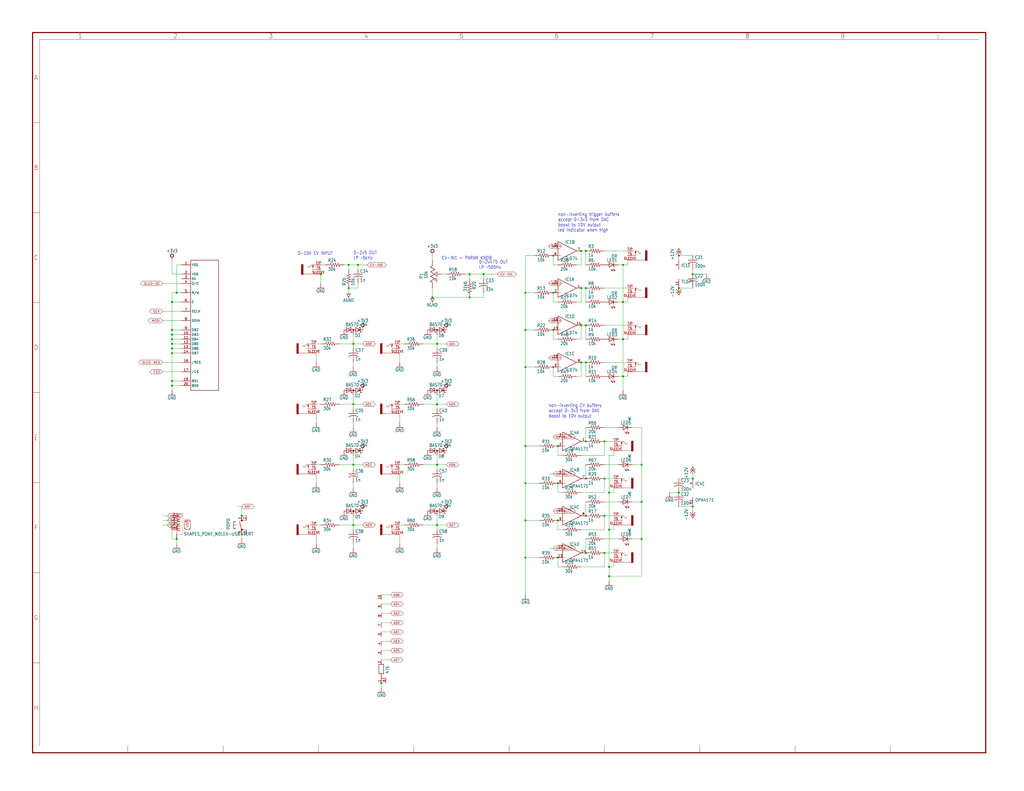
<source format=kicad_sch>
(kicad_sch (version 20231120) (generator "eeschema") (generator_version "8.0")
  (paper "User" 559.41 432.41)
  (junction (at 320.04 177.8))
  (junction (at 236.22 162.56))
  (junction (at 238.76 220.98))
  (junction (at 287.02 180.34))
  (junction (at 320.04 261.62))
  (junction (at 370.84 269.24))
  (junction (at 370.84 157.48))
  (junction (at 132.08 281.94))
  (junction (at 256.54 162.56))
  (junction (at 378.46 149.86))
  (junction (at 96.52 294.64))
  (junction (at 190.5 157.48))
  (junction (at 302.26 160.02))
  (junction (at 317.5 198.12))
  (junction (at 208.28 373.38))
  (junction (at 287.02 160.02))
  (junction (at 320.04 302.26))
  (junction (at 93.98 185.42))
  (junction (at 287.02 264.16))
  (junction (at 330.2 281.94))
  (junction (at 193.04 220.98))
  (junction (at 350.52 254))
  (junction (at 332.74 289.56))
  (junction (at 304.8 264.16))
  (junction (at 93.98 210.82))
  (junction (at 350.52 294.64))
  (junction (at 195.58 144.78))
  (junction (at 93.98 187.96))
  (junction (at 287.02 243.84))
  (junction (at 330.2 241.3))
  (junction (at 304.8 304.8))
  (junction (at 332.74 309.88))
  (junction (at 256.54 149.86))
  (junction (at 317.5 157.48))
  (junction (at 320.04 281.94))
  (junction (at 340.36 144.78))
  (junction (at 320.04 157.48))
  (junction (at 287.02 284.48))
  (junction (at 304.8 243.84))
  (junction (at 93.98 190.5))
  (junction (at 93.98 165.1))
  (junction (at 287.02 304.8))
  (junction (at 238.76 254))
  (junction (at 93.98 182.88))
  (junction (at 378.46 261.62))
  (junction (at 330.2 261.62))
  (junction (at 317.5 137.16))
  (junction (at 96.52 160.02))
  (junction (at 332.74 314.96))
  (junction (at 93.98 193.04))
  (junction (at 302.26 139.7))
  (junction (at 190.5 144.78))
  (junction (at 350.52 274.32))
  (junction (at 340.36 165.1))
  (junction (at 302.26 180.34))
  (junction (at 264.16 149.86))
  (junction (at 238.76 287.02))
  (junction (at 320.04 241.3))
  (junction (at 378.46 276.86))
  (junction (at 330.2 302.26))
  (junction (at 340.36 185.42))
  (junction (at 302.26 200.66))
  (junction (at 340.36 205.74))
  (junction (at 317.5 177.8))
  (junction (at 320.04 198.12))
  (junction (at 175.26 149.86))
  (junction (at 193.04 287.02))
  (junction (at 332.74 269.24))
  (junction (at 370.84 139.7))
  (junction (at 93.98 208.28))
  (junction (at 93.98 180.34))
  (junction (at 304.8 284.48))
  (junction (at 193.04 254))
  (junction (at 287.02 200.66))
  (junction (at 132.08 292.1))
  (junction (at 193.04 187.96))
  (junction (at 238.76 187.96))
  (junction (at 320.04 137.16))
  (wire (pts (xy 93.98 284.48) (xy 88.9 284.48)) (stroke (width 0.1524)))
  (wire (pts (xy 340.36 205.74) (xy 340.36 213.36)) (stroke (width 0.1524)))
  (wire (pts (xy 304.8 185.42) (xy 302.26 185.42)) (stroke (width 0.1524)))
  (wire (pts (xy 342.9 182.88) (xy 342.9 185.42)) (stroke (width 0.1524)))
  (wire (pts (xy 302.26 205.74) (xy 302.26 200.66)) (stroke (width 0.1524)))
  (wire (pts (xy 93.98 287.02) (xy 88.9 287.02)) (stroke (width 0.1524)))
  (wire (pts (xy 378.46 259.08) (xy 378.46 261.62)) (stroke (width 0.1524)))
  (wire (pts (xy 287.02 264.16) (xy 287.02 243.84)) (stroke (width 0.1524)))
  (wire (pts (xy 320.04 185.42) (xy 320.04 177.8)) (stroke (width 0.1524)))
  (wire (pts (xy 99.06 190.5) (xy 93.98 190.5)) (stroke (width 0.1524)))
  (wire (pts (xy 330.2 294.64) (xy 337.82 294.64)) (stroke (width 0.1524)))
  (wire (pts (xy 320.04 157.48) (xy 317.5 157.48)) (stroke (width 0.1524)))
  (wire (pts (xy 320.04 254) (xy 320.04 261.62)) (stroke (width 0.1524)))
  (wire (pts (xy 193.04 187.96) (xy 193.04 190.5)) (stroke (width 0.1524)))
  (wire (pts (xy 342.9 162.56) (xy 342.9 165.1)) (stroke (width 0.1524)))
  (wire (pts (xy 332.74 269.24) (xy 332.74 289.56)) (stroke (width 0.1524)))
  (wire (pts (xy 304.8 259.08) (xy 299.72 259.08)) (stroke (width 0.1524)))
  (wire (pts (xy 208.28 325.12) (xy 213.36 325.12)) (stroke (width 0.1524)))
  (wire (pts (xy 99.06 193.04) (xy 93.98 193.04)) (stroke (width 0.1524)))
  (wire (pts (xy 330.2 289.56) (xy 330.2 281.94)) (stroke (width 0.1524)))
  (wire (pts (xy 335.28 266.7) (xy 335.28 269.24)) (stroke (width 0.1524)))
  (wire (pts (xy 340.36 165.1) (xy 340.36 185.42)) (stroke (width 0.1524)))
  (wire (pts (xy 304.8 205.74) (xy 302.26 205.74)) (stroke (width 0.1524)))
  (wire (pts (xy 304.8 144.78) (xy 302.26 144.78)) (stroke (width 0.1524)))
  (wire (pts (xy 340.36 185.42) (xy 340.36 205.74)) (stroke (width 0.1524)))
  (wire (pts (xy 193.04 220.98) (xy 198.12 220.98)) (stroke (width 0.1524)))
  (wire (pts (xy 330.2 261.62) (xy 335.28 261.62)) (stroke (width 0.1524)))
  (wire (pts (xy 238.76 254) (xy 238.76 248.92)) (stroke (width 0.1524)))
  (wire (pts (xy 320.04 137.16) (xy 320.04 144.78)) (stroke (width 0.1524)))
  (wire (pts (xy 378.46 279.4) (xy 378.46 276.86)) (stroke (width 0.1524)))
  (wire (pts (xy 208.28 350.52) (xy 213.36 350.52)) (stroke (width 0.1524)))
  (wire (pts (xy 370.84 269.24) (xy 365.76 269.24)) (stroke (width 0.1524)))
  (wire (pts (xy 175.26 149.86) (xy 175.26 154.94)) (stroke (width 0.1524)))
  (wire (pts (xy 335.28 248.92) (xy 332.74 248.92)) (stroke (width 0.1524)))
  (wire (pts (xy 330.2 269.24) (xy 330.2 261.62)) (stroke (width 0.1524)))
  (wire (pts (xy 378.46 157.48) (xy 370.84 157.48)) (stroke (width 0.1524)))
  (wire (pts (xy 238.76 233.68) (xy 238.76 231.14)) (stroke (width 0.1524)))
  (wire (pts (xy 294.64 264.16) (xy 287.02 264.16)) (stroke (width 0.1524)))
  (wire (pts (xy 342.9 142.24) (xy 342.9 144.78)) (stroke (width 0.1524)))
  (wire (pts (xy 193.04 187.96) (xy 198.12 187.96)) (stroke (width 0.1524)))
  (wire (pts (xy 304.8 165.1) (xy 302.26 165.1)) (stroke (width 0.1524)))
  (wire (pts (xy 243.84 149.86) (xy 241.3 149.86)) (stroke (width 0.1524)))
  (wire (pts (xy 208.28 335.28) (xy 213.36 335.28)) (stroke (width 0.1524)))
  (wire (pts (xy 350.52 314.96) (xy 350.52 294.64)) (stroke (width 0.1524)))
  (wire (pts (xy 99.06 185.42) (xy 93.98 185.42)) (stroke (width 0.1524)))
  (wire (pts (xy 332.74 314.96) (xy 350.52 314.96)) (stroke (width 0.1524)))
  (wire (pts (xy 314.96 144.78) (xy 317.5 144.78)) (stroke (width 0.1524)))
  (wire (pts (xy 193.04 254) (xy 193.04 248.92)) (stroke (width 0.1524)))
  (wire (pts (xy 208.28 360.68) (xy 213.36 360.68)) (stroke (width 0.1524)))
  (wire (pts (xy 93.98 165.1) (xy 93.98 180.34)) (stroke (width 0.1524)))
  (wire (pts (xy 302.26 134.62) (xy 299.72 134.62)) (stroke (width 0.1524)))
  (wire (pts (xy 175.26 144.78) (xy 177.8 144.78)) (stroke (width 0.1524)))
  (wire (pts (xy 93.98 185.42) (xy 93.98 187.96)) (stroke (width 0.1524)))
  (wire (pts (xy 256.54 162.56) (xy 236.22 162.56)) (stroke (width 0.1524)))
  (wire (pts (xy 236.22 139.7) (xy 236.22 142.24)) (stroke (width 0.1524)))
  (wire (pts (xy 304.8 309.88) (xy 304.8 304.8)) (stroke (width 0.1524)))
  (wire (pts (xy 317.5 248.92) (xy 330.2 248.92)) (stroke (width 0.1524)))
  (wire (pts (xy 193.04 299.72) (xy 193.04 297.18)) (stroke (width 0.1524)))
  (wire (pts (xy 256.54 149.86) (xy 256.54 152.4)) (stroke (width 0.1524)))
  (wire (pts (xy 302.26 175.26) (xy 299.72 175.26)) (stroke (width 0.1524)))
  (wire (pts (xy 256.54 162.56) (xy 264.16 162.56)) (stroke (width 0.1524)))
  (wire (pts (xy 238.76 220.98) (xy 243.84 220.98)) (stroke (width 0.1524)))
  (wire (pts (xy 96.52 144.78) (xy 99.06 144.78)) (stroke (width 0.1524)))
  (wire (pts (xy 320.04 165.1) (xy 320.04 157.48)) (stroke (width 0.1524)))
  (wire (pts (xy 330.2 274.32) (xy 337.82 274.32)) (stroke (width 0.1524)))
  (wire (pts (xy 238.76 299.72) (xy 238.76 297.18)) (stroke (width 0.1524)))
  (wire (pts (xy 342.9 144.78) (xy 340.36 144.78)) (stroke (width 0.1524)))
  (wire (pts (xy 93.98 187.96) (xy 93.98 190.5)) (stroke (width 0.1524)))
  (wire (pts (xy 172.72 226.06) (xy 172.72 231.14)) (stroke (width 0.1524)))
  (wire (pts (xy 264.16 162.56) (xy 264.16 160.02)) (stroke (width 0.1524)))
  (wire (pts (xy 264.16 152.4) (xy 264.16 149.86)) (stroke (width 0.1524)))
  (wire (pts (xy 193.04 287.02) (xy 193.04 281.94)) (stroke (width 0.1524)))
  (wire (pts (xy 231.14 254) (xy 238.76 254)) (stroke (width 0.1524)))
  (wire (pts (xy 231.14 187.96) (xy 238.76 187.96)) (stroke (width 0.1524)))
  (wire (pts (xy 238.76 266.7) (xy 238.76 264.16)) (stroke (width 0.1524)))
  (wire (pts (xy 304.8 269.24) (xy 304.8 264.16)) (stroke (width 0.1524)))
  (wire (pts (xy 195.58 144.78) (xy 195.58 147.32)) (stroke (width 0.1524)))
  (wire (pts (xy 208.28 373.38) (xy 208.28 375.92)) (stroke (width 0.1524)))
  (wire (pts (xy 254 149.86) (xy 256.54 149.86)) (stroke (width 0.1524)))
  (wire (pts (xy 193.04 187.96) (xy 193.04 182.88)) (stroke (width 0.1524)))
  (wire (pts (xy 320.04 198.12) (xy 317.5 198.12)) (stroke (width 0.1524)))
  (wire (pts (xy 208.28 373.38) (xy 210.82 373.38)) (stroke (width 0.1524)))
  (wire (pts (xy 307.34 269.24) (xy 304.8 269.24)) (stroke (width 0.1524)))
  (wire (pts (xy 264.16 149.86) (xy 271.78 149.86)) (stroke (width 0.1524)))
  (wire (pts (xy 193.04 254) (xy 198.12 254)) (stroke (width 0.1524)))
  (wire (pts (xy 99.06 198.12) (xy 88.9 198.12)) (stroke (width 0.1524)))
  (wire (pts (xy 93.98 210.82) (xy 93.98 213.36)) (stroke (width 0.1524)))
  (wire (pts (xy 99.06 165.1) (xy 93.98 165.1)) (stroke (width 0.1524)))
  (wire (pts (xy 195.58 157.48) (xy 195.58 154.94)) (stroke (width 0.1524)))
  (wire (pts (xy 93.98 281.94) (xy 88.9 281.94)) (stroke (width 0.1524)))
  (wire (pts (xy 236.22 162.56) (xy 236.22 157.48)) (stroke (width 0.1524)))
  (wire (pts (xy 330.2 254) (xy 337.82 254)) (stroke (width 0.1524)))
  (wire (pts (xy 330.2 177.8) (xy 342.9 177.8)) (stroke (width 0.1524)))
  (wire (pts (xy 330.2 248.92) (xy 330.2 241.3)) (stroke (width 0.1524)))
  (wire (pts (xy 335.28 287.02) (xy 335.28 289.56)) (stroke (width 0.1524)))
  (wire (pts (xy 330.2 309.88) (xy 330.2 302.26)) (stroke (width 0.1524)))
  (wire (pts (xy 218.44 254) (xy 220.98 254)) (stroke (width 0.1524)))
  (wire (pts (xy 238.76 287.02) (xy 238.76 281.94)) (stroke (width 0.1524)))
  (wire (pts (xy 208.28 345.44) (xy 213.36 345.44)) (stroke (width 0.1524)))
  (wire (pts (xy 320.04 198.12) (xy 320.04 205.74)) (stroke (width 0.1524)))
  (wire (pts (xy 193.04 266.7) (xy 193.04 264.16)) (stroke (width 0.1524)))
  (wire (pts (xy 294.64 304.8) (xy 287.02 304.8)) (stroke (width 0.1524)))
  (wire (pts (xy 172.72 220.98) (xy 175.26 220.98)) (stroke (width 0.1524)))
  (wire (pts (xy 99.06 203.2) (xy 88.9 203.2)) (stroke (width 0.1524)))
  (wire (pts (xy 96.52 160.02) (xy 96.52 144.78)) (stroke (width 0.1524)))
  (wire (pts (xy 190.5 144.78) (xy 190.5 147.32)) (stroke (width 0.1524)))
  (wire (pts (xy 238.76 220.98) (xy 238.76 215.9)) (stroke (width 0.1524)))
  (wire (pts (xy 370.84 139.7) (xy 370.84 142.24)) (stroke (width 0.1524)))
  (wire (pts (xy 332.74 309.88) (xy 335.28 309.88)) (stroke (width 0.1524)))
  (wire (pts (xy 302.26 154.94) (xy 299.72 154.94)) (stroke (width 0.1524)))
  (wire (pts (xy 287.02 325.12) (xy 287.02 304.8)) (stroke (width 0.1524)))
  (wire (pts (xy 231.14 287.02) (xy 238.76 287.02)) (stroke (width 0.1524)))
  (wire (pts (xy 185.42 254) (xy 193.04 254)) (stroke (width 0.1524)))
  (wire (pts (xy 294.64 243.84) (xy 287.02 243.84)) (stroke (width 0.1524)))
  (wire (pts (xy 238.76 187.96) (xy 243.84 187.96)) (stroke (width 0.1524)))
  (wire (pts (xy 332.74 289.56) (xy 332.74 309.88)) (stroke (width 0.1524)))
  (wire (pts (xy 218.44 220.98) (xy 220.98 220.98)) (stroke (width 0.1524)))
  (wire (pts (xy 330.2 233.68) (xy 337.82 233.68)) (stroke (width 0.1524)))
  (wire (pts (xy 314.96 205.74) (xy 317.5 205.74)) (stroke (width 0.1524)))
  (wire (pts (xy 317.5 289.56) (xy 330.2 289.56)) (stroke (width 0.1524)))
  (wire (pts (xy 256.54 149.86) (xy 264.16 149.86)) (stroke (width 0.1524)))
  (wire (pts (xy 317.5 309.88) (xy 330.2 309.88)) (stroke (width 0.1524)))
  (wire (pts (xy 193.04 254) (xy 193.04 256.54)) (stroke (width 0.1524)))
  (wire (pts (xy 238.76 187.96) (xy 238.76 190.5)) (stroke (width 0.1524)))
  (wire (pts (xy 218.44 226.06) (xy 218.44 231.14)) (stroke (width 0.1524)))
  (wire (pts (xy 172.72 292.1) (xy 172.72 297.18)) (stroke (width 0.1524)))
  (wire (pts (xy 302.26 144.78) (xy 302.26 139.7)) (stroke (width 0.1524)))
  (wire (pts (xy 350.52 274.32) (xy 350.52 294.64)) (stroke (width 0.1524)))
  (wire (pts (xy 340.36 165.1) (xy 342.9 165.1)) (stroke (width 0.1524)))
  (wire (pts (xy 132.08 281.94) (xy 134.62 281.94)) (stroke (width 0.1524)))
  (wire (pts (xy 332.74 248.92) (xy 332.74 269.24)) (stroke (width 0.1524)))
  (wire (pts (xy 185.42 287.02) (xy 193.04 287.02)) (stroke (width 0.1524)))
  (wire (pts (xy 335.28 307.34) (xy 335.28 309.88)) (stroke (width 0.1524)))
  (wire (pts (xy 93.98 289.56) (xy 93.98 294.64)) (stroke (width 0.1524)))
  (wire (pts (xy 195.58 144.78) (xy 200.66 144.78)) (stroke (width 0.1524)))
  (wire (pts (xy 93.98 182.88) (xy 93.98 185.42)) (stroke (width 0.1524)))
  (wire (pts (xy 287.02 243.84) (xy 287.02 200.66)) (stroke (width 0.1524)))
  (wire (pts (xy 337.82 165.1) (xy 340.36 165.1)) (stroke (width 0.1524)))
  (wire (pts (xy 172.72 187.96) (xy 175.26 187.96)) (stroke (width 0.1524)))
  (wire (pts (xy 185.42 220.98) (xy 193.04 220.98)) (stroke (width 0.1524)))
  (wire (pts (xy 172.72 254) (xy 175.26 254)) (stroke (width 0.1524)))
  (wire (pts (xy 99.06 187.96) (xy 93.98 187.96)) (stroke (width 0.1524)))
  (wire (pts (xy 190.5 144.78) (xy 195.58 144.78)) (stroke (width 0.1524)))
  (wire (pts (xy 345.44 274.32) (xy 350.52 274.32)) (stroke (width 0.1524)))
  (wire (pts (xy 335.28 289.56) (xy 332.74 289.56)) (stroke (width 0.1524)))
  (wire (pts (xy 287.02 139.7) (xy 292.1 139.7)) (stroke (width 0.1524)))
  (wire (pts (xy 314.96 165.1) (xy 317.5 165.1)) (stroke (width 0.1524)))
  (wire (pts (xy 193.04 233.68) (xy 193.04 231.14)) (stroke (width 0.1524)))
  (wire (pts (xy 287.02 284.48) (xy 287.02 264.16)) (stroke (width 0.1524)))
  (wire (pts (xy 340.36 205.74) (xy 342.9 205.74)) (stroke (width 0.1524)))
  (wire (pts (xy 93.98 190.5) (xy 93.98 193.04)) (stroke (width 0.1524)))
  (wire (pts (xy 335.28 246.38) (xy 335.28 248.92)) (stroke (width 0.1524)))
  (wire (pts (xy 96.52 297.18) (xy 96.52 294.64)) (stroke (width 0.1524)))
  (wire (pts (xy 231.14 220.98) (xy 238.76 220.98)) (stroke (width 0.1524)))
  (wire (pts (xy 187.96 144.78) (xy 190.5 144.78)) (stroke (width 0.1524)))
  (wire (pts (xy 132.08 281.94) (xy 132.08 276.86)) (stroke (width 0.1524)))
  (wire (pts (xy 317.5 165.1) (xy 317.5 157.48)) (stroke (width 0.1524)))
  (wire (pts (xy 292.1 160.02) (xy 287.02 160.02)) (stroke (width 0.1524)))
  (wire (pts (xy 304.8 238.76) (xy 302.26 238.76)) (stroke (width 0.1524)))
  (wire (pts (xy 172.72 193.04) (xy 172.72 198.12)) (stroke (width 0.1524)))
  (wire (pts (xy 287.02 180.34) (xy 287.02 160.02)) (stroke (width 0.1524)))
  (wire (pts (xy 317.5 205.74) (xy 317.5 198.12)) (stroke (width 0.1524)))
  (wire (pts (xy 330.2 241.3) (xy 335.28 241.3)) (stroke (width 0.1524)))
  (wire (pts (xy 342.9 203.2) (xy 342.9 205.74)) (stroke (width 0.1524)))
  (wire (pts (xy 96.52 160.02) (xy 93.98 160.02)) (stroke (width 0.1524)))
  (wire (pts (xy 320.04 233.68) (xy 320.04 241.3)) (stroke (width 0.1524)))
  (wire (pts (xy 238.76 220.98) (xy 238.76 223.52)) (stroke (width 0.1524)))
  (wire (pts (xy 93.98 208.28) (xy 93.98 210.82)) (stroke (width 0.1524)))
  (wire (pts (xy 93.98 294.64) (xy 96.52 294.64)) (stroke (width 0.1524)))
  (wire (pts (xy 287.02 304.8) (xy 287.02 284.48)) (stroke (width 0.1524)))
  (wire (pts (xy 330.2 281.94) (xy 335.28 281.94)) (stroke (width 0.1524)))
  (wire (pts (xy 307.34 289.56) (xy 304.8 289.56)) (stroke (width 0.1524)))
  (wire (pts (xy 238.76 254) (xy 238.76 256.54)) (stroke (width 0.1524)))
  (wire (pts (xy 340.36 144.78) (xy 340.36 165.1)) (stroke (width 0.1524)))
  (wire (pts (xy 320.04 294.64) (xy 320.04 302.26)) (stroke (width 0.1524)))
  (wire (pts (xy 317.5 269.24) (xy 330.2 269.24)) (stroke (width 0.1524)))
  (wire (pts (xy 287.02 160.02) (xy 287.02 139.7)) (stroke (width 0.1524)))
  (wire (pts (xy 307.34 248.92) (xy 304.8 248.92)) (stroke (width 0.1524)))
  (wire (pts (xy 238.76 254) (xy 243.84 254)) (stroke (width 0.1524)))
  (wire (pts (xy 185.42 187.96) (xy 193.04 187.96)) (stroke (width 0.1524)))
  (wire (pts (xy 238.76 200.66) (xy 238.76 198.12)) (stroke (width 0.1524)))
  (wire (pts (xy 330.2 302.26) (xy 335.28 302.26)) (stroke (width 0.1524)))
  (wire (pts (xy 193.04 220.98) (xy 193.04 215.9)) (stroke (width 0.1524)))
  (wire (pts (xy 99.06 182.88) (xy 93.98 182.88)) (stroke (width 0.1524)))
  (wire (pts (xy 218.44 259.08) (xy 218.44 264.16)) (stroke (width 0.1524)))
  (wire (pts (xy 378.46 149.86) (xy 386.08 149.86)) (stroke (width 0.1524)))
  (wire (pts (xy 218.44 193.04) (xy 218.44 198.12)) (stroke (width 0.1524)))
  (wire (pts (xy 342.9 157.48) (xy 330.2 157.48)) (stroke (width 0.1524)))
  (wire (pts (xy 307.34 309.88) (xy 304.8 309.88)) (stroke (width 0.1524)))
  (wire (pts (xy 378.46 276.86) (xy 370.84 276.86)) (stroke (width 0.1524)))
  (wire (pts (xy 332.74 269.24) (xy 335.28 269.24)) (stroke (width 0.1524)))
  (wire (pts (xy 218.44 292.1) (xy 218.44 297.18)) (stroke (width 0.1524)))
  (wire (pts (xy 193.04 200.66) (xy 193.04 198.12)) (stroke (width 0.1524)))
  (wire (pts (xy 340.36 144.78) (xy 337.82 144.78)) (stroke (width 0.1524)))
  (wire (pts (xy 294.64 284.48) (xy 287.02 284.48)) (stroke (width 0.1524)))
  (wire (pts (xy 99.06 210.82) (xy 93.98 210.82)) (stroke (width 0.1524)))
  (wire (pts (xy 175.26 147.32) (xy 175.26 149.86)) (stroke (width 0.1524)))
  (wire (pts (xy 193.04 287.02) (xy 193.04 289.56)) (stroke (width 0.1524)))
  (wire (pts (xy 93.98 180.34) (xy 93.98 182.88)) (stroke (width 0.1524)))
  (wire (pts (xy 378.46 261.62) (xy 370.84 261.62)) (stroke (width 0.1524)))
  (wire (pts (xy 304.8 299.72) (xy 299.72 299.72)) (stroke (width 0.1524)))
  (wire (pts (xy 99.06 170.18) (xy 88.9 170.18)) (stroke (width 0.1524)))
  (wire (pts (xy 238.76 187.96) (xy 238.76 182.88)) (stroke (width 0.1524)))
  (wire (pts (xy 99.06 154.94) (xy 88.9 154.94)) (stroke (width 0.1524)))
  (wire (pts (xy 208.28 355.6) (xy 213.36 355.6)) (stroke (width 0.1524)))
  (wire (pts (xy 304.8 279.4) (xy 302.26 279.4)) (stroke (width 0.1524)))
  (wire (pts (xy 332.74 314.96) (xy 332.74 317.5)) (stroke (width 0.1524)))
  (wire (pts (xy 342.9 198.12) (xy 330.2 198.12)) (stroke (width 0.1524)))
  (wire (pts (xy 190.5 157.48) (xy 190.5 160.02)) (stroke (width 0.1524)))
  (wire (pts (xy 302.26 185.42) (xy 302.26 180.34)) (stroke (width 0.1524)))
  (wire (pts (xy 93.98 160.02) (xy 93.98 165.1)) (stroke (width 0.1524)))
  (wire (pts (xy 292.1 180.34) (xy 287.02 180.34)) (stroke (width 0.1524)))
  (wire (pts (xy 340.36 185.42) (xy 342.9 185.42)) (stroke (width 0.1524)))
  (wire (pts (xy 99.06 180.34) (xy 93.98 180.34)) (stroke (width 0.1524)))
  (wire (pts (xy 132.08 292.1) (xy 132.08 294.64)) (stroke (width 0.1524)))
  (wire (pts (xy 190.5 157.48) (xy 195.58 157.48)) (stroke (width 0.1524)))
  (wire (pts (xy 304.8 289.56) (xy 304.8 284.48)) (stroke (width 0.1524)))
  (wire (pts (xy 370.84 139.7) (xy 378.46 139.7)) (stroke (width 0.1524)))
  (wire (pts (xy 337.82 205.74) (xy 340.36 205.74)) (stroke (width 0.1524)))
  (wire (pts (xy 208.28 340.36) (xy 213.36 340.36)) (stroke (width 0.1524)))
  (wire (pts (xy 317.5 177.8) (xy 320.04 177.8)) (stroke (width 0.1524)))
  (wire (pts (xy 172.72 259.08) (xy 172.72 264.16)) (stroke (width 0.1524)))
  (wire (pts (xy 350.52 294.64) (xy 345.44 294.64)) (stroke (width 0.1524)))
  (wire (pts (xy 193.04 287.02) (xy 198.12 287.02)) (stroke (width 0.1524)))
  (wire (pts (xy 350.52 274.32) (xy 350.52 254)) (stroke (width 0.1524)))
  (wire (pts (xy 218.44 287.02) (xy 220.98 287.02)) (stroke (width 0.1524)))
  (wire (pts (xy 172.72 287.02) (xy 175.26 287.02)) (stroke (width 0.1524)))
  (wire (pts (xy 238.76 287.02) (xy 243.84 287.02)) (stroke (width 0.1524)))
  (wire (pts (xy 292.1 200.66) (xy 287.02 200.66)) (stroke (width 0.1524)))
  (wire (pts (xy 99.06 175.26) (xy 88.9 175.26)) (stroke (width 0.1524)))
  (wire (pts (xy 302.26 195.58) (xy 299.72 195.58)) (stroke (width 0.1524)))
  (wire (pts (xy 314.96 185.42) (xy 317.5 185.42)) (stroke (width 0.1524)))
  (wire (pts (xy 350.52 233.68) (xy 350.52 254)) (stroke (width 0.1524)))
  (wire (pts (xy 350.52 254) (xy 345.44 254)) (stroke (width 0.1524)))
  (wire (pts (xy 302.26 165.1) (xy 302.26 160.02)) (stroke (width 0.1524)))
  (wire (pts (xy 330.2 137.16) (xy 342.9 137.16)) (stroke (width 0.1524)))
  (wire (pts (xy 208.28 330.2) (xy 213.36 330.2)) (stroke (width 0.1524)))
  (wire (pts (xy 99.06 160.02) (xy 96.52 160.02)) (stroke (width 0.1524)))
  (wire (pts (xy 193.04 220.98) (xy 193.04 223.52)) (stroke (width 0.1524)))
  (wire (pts (xy 99.06 149.86) (xy 93.98 149.86)) (stroke (width 0.1524)))
  (wire (pts (xy 287.02 200.66) (xy 287.02 180.34)) (stroke (width 0.1524)))
  (wire (pts (xy 378.46 147.32) (xy 378.46 149.86)) (stroke (width 0.1524)))
  (wire (pts (xy 304.8 248.92) (xy 304.8 243.84)) (stroke (width 0.1524)))
  (wire (pts (xy 345.44 233.68) (xy 350.52 233.68)) (stroke (width 0.1524)))
  (wire (pts (xy 317.5 144.78) (xy 317.5 137.16)) (stroke (width 0.1524)))
  (wire (pts (xy 132.08 276.86) (xy 129.54 276.86)) (stroke (width 0.1524)))
  (wire (pts (xy 337.82 185.42) (xy 340.36 185.42)) (stroke (width 0.1524)))
  (wire (pts (xy 320.04 137.16) (xy 317.5 137.16)) (stroke (width 0.1524)))
  (wire (pts (xy 93.98 193.04) (xy 93.98 208.28)) (stroke (width 0.1524)))
  (wire (pts (xy 332.74 309.88) (xy 332.74 314.96)) (stroke (width 0.1524)))
  (wire (pts (xy 320.04 274.32) (xy 320.04 281.94)) (stroke (width 0.1524)))
  (wire (pts (xy 238.76 287.02) (xy 238.76 289.56)) (stroke (width 0.1524)))
  (wire (pts (xy 99.06 208.28) (xy 93.98 208.28)) (stroke (width 0.1524)))
  (wire (pts (xy 132.08 292.1) (xy 134.62 292.1)) (stroke (width 0.1524)))
  (wire (pts (xy 218.44 187.96) (xy 220.98 187.96)) (stroke (width 0.1524)))
  (wire (pts (xy 93.98 149.86) (xy 93.98 142.24)) (stroke (width 0.1524)))
  (wire (pts (xy 317.5 185.42) (xy 317.5 177.8)) (stroke (width 0.1524)))
  (text "non-inverting trigger buffers\naccept 0-3v3 from DAC\nboost to 10V output\nled indicator when high" (at 304.8 127 0) (effects (font (size 1.778 1.5113)) (justify left bottom)))
  (text "0-2v475 OUT\nLP ~500Hz" (at 261.62 147.32 0) (effects (font (size 1.778 1.5113)) (justify left bottom)))
  (text "non-inverting CV buffers\naccept 0-3v3 from DAC\nboost to 10V output" (at 299.72 228.6 0) (effects (font (size 1.778 1.5113)) (justify left bottom)))
  (text "0-10V CV INPUT" (at 162.56 139.7 0) (effects (font (size 1.778 1.5113)) (justify left bottom)))
  (text "CV-IN1 = PARAM KNOB" (at 241.3 142.24 0) (effects (font (size 1.778 1.5113)) (justify left bottom)))
  (text "0-2v5 OUT\nLP ~5kHz" (at 193.04 142.24 0) (effects (font (size 1.778 1.5113)) (justify left bottom)))
  (global_label "B08" (shape bidirectional) (at 299.72 134.62 0) (effects (font (size 1.2446 1.2446))) (property "Intersheetrefs" "${INTERSHEET_REFS}" (effects (hide yes))))
  (global_label "CV-OUT1" (shape bidirectional) (at 302.26 259.08 0) (effects (font (size 1.2446 1.2446))) (property "Intersheetrefs" "${INTERSHEET_REFS}" (effects (hide yes))))
  (global_label "VBUS" (shape bidirectional) (at 91.44 281.94 0) (effects (font (size 1.2446 1.2446))) (property "Intersheetrefs" "${INTERSHEET_REFS}" (effects (hide yes))))
  (global_label "B10" (shape bidirectional) (at 299.72 175.26 0) (effects (font (size 1.2446 1.2446))) (property "Intersheetrefs" "${INTERSHEET_REFS}" (effects (hide yes))))
  (global_label "NMI" (shape bidirectional) (at 132.08 276.86 0) (effects (font (size 1.2446 1.2446))) (property "Intersheetrefs" "${INTERSHEET_REFS}" (effects (hide yes))))
  (global_label "A01" (shape bidirectional) (at 213.36 345.44 0) (effects (font (size 1.2446 1.2446))) (property "Intersheetrefs" "${INTERSHEET_REFS}" (effects (hide yes))))
  (global_label "MOSI" (shape bidirectional) (at 88.9 175.26 180) (effects (font (size 1.2446 1.2446))) (property "Intersheetrefs" "${INTERSHEET_REFS}" (effects (hide yes))))
  (global_label "B11" (shape bidirectional) (at 299.72 195.58 0) (effects (font (size 1.2446 1.2446))) (property "Intersheetrefs" "${INTERSHEET_REFS}" (effects (hide yes))))
  (global_label "A00" (shape bidirectional) (at 213.36 340.36 0) (effects (font (size 1.2446 1.2446))) (property "Intersheetrefs" "${INTERSHEET_REFS}" (effects (hide yes))))
  (global_label "A04" (shape bidirectional) (at 243.84 187.96 0) (effects (font (size 1.2446 1.2446))) (property "Intersheetrefs" "${INTERSHEET_REFS}" (effects (hide yes))))
  (global_label "SCK" (shape bidirectional) (at 88.9 170.18 180) (effects (font (size 1.2446 1.2446))) (property "Intersheetrefs" "${INTERSHEET_REFS}" (effects (hide yes))))
  (global_label "OLED-RES" (shape bidirectional) (at 88.9 198.12 180) (effects (font (size 1.2446 1.2446))) (property "Intersheetrefs" "${INTERSHEET_REFS}" (effects (hide yes))))
  (global_label "A05" (shape bidirectional) (at 213.36 355.6 0) (effects (font (size 1.2446 1.2446))) (property "Intersheetrefs" "${INTERSHEET_REFS}" (effects (hide yes))))
  (global_label "B09" (shape bidirectional) (at 299.72 154.94 0) (effects (font (size 1.2446 1.2446))) (property "Intersheetrefs" "${INTERSHEET_REFS}" (effects (hide yes))))
  (global_label "CV-IN0" (shape bidirectional) (at 200.66 144.78 0) (effects (font (size 1.2446 1.2446))) (property "Intersheetrefs" "${INTERSHEET_REFS}" (effects (hide yes))))
  (global_label "A04" (shape bidirectional) (at 213.36 330.2 0) (effects (font (size 1.2446 1.2446))) (property "Intersheetrefs" "${INTERSHEET_REFS}" (effects (hide yes))))
  (global_label "CV-OUT0" (shape bidirectional) (at 302.26 238.76 0) (effects (font (size 1.2446 1.2446))) (property "Intersheetrefs" "${INTERSHEET_REFS}" (effects (hide yes))))
  (global_label "A06" (shape bidirectional) (at 243.84 254 0) (effects (font (size 1.2446 1.2446))) (property "Intersheetrefs" "${INTERSHEET_REFS}" (effects (hide yes))))
  (global_label "A05" (shape bidirectional) (at 243.84 220.98 0) (effects (font (size 1.2446 1.2446))) (property "Intersheetrefs" "${INTERSHEET_REFS}" (effects (hide yes))))
  (global_label "A06" (shape bidirectional) (at 213.36 325.12 0) (effects (font (size 1.2446 1.2446))) (property "Intersheetrefs" "${INTERSHEET_REFS}" (effects (hide yes))))
  (global_label "CV-OUT2" (shape bidirectional) (at 302.26 279.4 0) (effects (font (size 1.2446 1.2446))) (property "Intersheetrefs" "${INTERSHEET_REFS}" (effects (hide yes))))
  (global_label "A02" (shape bidirectional) (at 198.12 254 0) (effects (font (size 1.2446 1.2446))) (property "Intersheetrefs" "${INTERSHEET_REFS}" (effects (hide yes))))
  (global_label "CV-OUT3" (shape bidirectional) (at 302.26 299.72 0) (effects (font (size 1.2446 1.2446))) (property "Intersheetrefs" "${INTERSHEET_REFS}" (effects (hide yes))))
  (global_label "A03" (shape bidirectional) (at 213.36 350.52 0) (effects (font (size 1.2446 1.2446))) (property "Intersheetrefs" "${INTERSHEET_REFS}" (effects (hide yes))))
  (global_label "A02" (shape bidirectional) (at 213.36 335.28 0) (effects (font (size 1.2446 1.2446))) (property "Intersheetrefs" "${INTERSHEET_REFS}" (effects (hide yes))))
  (global_label "OLED-DC" (shape bidirectional) (at 88.9 154.94 180) (effects (font (size 1.2446 1.2446))) (property "Intersheetrefs" "${INTERSHEET_REFS}" (effects (hide yes))))
  (global_label "A01" (shape bidirectional) (at 198.12 220.98 0) (effects (font (size 1.2446 1.2446))) (property "Intersheetrefs" "${INTERSHEET_REFS}" (effects (hide yes))))
  (global_label "A00" (shape bidirectional) (at 198.12 187.96 0) (effects (font (size 1.2446 1.2446))) (property "Intersheetrefs" "${INTERSHEET_REFS}" (effects (hide yes))))
  (global_label "A07" (shape bidirectional) (at 243.84 287.02 0) (effects (font (size 1.2446 1.2446))) (property "Intersheetrefs" "${INTERSHEET_REFS}" (effects (hide yes))))
  (global_label "DP" (shape bidirectional) (at 91.44 287.02 0) (effects (font (size 1.2446 1.2446))) (property "Intersheetrefs" "${INTERSHEET_REFS}" (effects (hide yes))))
  (global_label "CS2" (shape bidirectional) (at 88.9 203.2 180) (effects (font (size 1.2446 1.2446))) (property "Intersheetrefs" "${INTERSHEET_REFS}" (effects (hide yes))))
  (global_label "DM" (shape bidirectional) (at 91.44 284.48 0) (effects (font (size 1.2446 1.2446))) (property "Intersheetrefs" "${INTERSHEET_REFS}" (effects (hide yes))))
  (global_label "A07" (shape bidirectional) (at 213.36 360.68 0) (effects (font (size 1.2446 1.2446))) (property "Intersheetrefs" "${INTERSHEET_REFS}" (effects (hide yes))))
  (global_label "CV-IN1" (shape bidirectional) (at 271.78 149.86 0) (effects (font (size 1.2446 1.2446))) (property "Intersheetrefs" "${INTERSHEET_REFS}" (effects (hide yes))))
  (global_label "A03" (shape bidirectional) (at 198.12 287.02 0) (effects (font (size 1.2446 1.2446))) (property "Intersheetrefs" "${INTERSHEET_REFS}" (effects (hide yes))))
  (symbol (lib_id "Teletype-eagle-import:WQP-PJ301M-12_JACK") (at 167.64 256.54 0) (mirror y) (unit 1)
    (property "Reference" "J3" (effects (hide yes)))
    (property "Value" "WQP-PJ301M-12_JACK" (effects (hide yes)))
    (property "Footprint" "Teletype:WQP-PJ301M-12_JACK" (effects (hide yes)))
  )
  (symbol (lib_id "Teletype-eagle-import:supply1_GND") (at 132.08 297.18 0) (unit 1)
    (property "Reference" "#GND20" (effects (hide yes)))
    (property "Value" "GND" (at 129.54 299.72 0) (effects (font (size 1.778 1.5113)) (justify left bottom)))
  )
  (symbol (lib_id "Teletype-eagle-import:WQP-PJ301M-12_JACK") (at 340.36 264.16 0) (unit 1)
    (property "Reference" "J14" (effects (hide yes)))
    (property "Value" "WQP-PJ301M-12_JACK" (effects (hide yes)))
    (property "Footprint" "Teletype:WQP-PJ301M-12_JACK" (effects (hide yes)))
  )
  (symbol (lib_id "Teletype-eagle-import:supply1_GND") (at 193.04 269.24 0) (unit 1)
    (property "Reference" "#GND30" (effects (hide yes)))
    (property "Value" "GND" (at 190.5 271.78 0) (effects (font (size 1.778 1.5113)) (justify left bottom)))
  )
  (symbol (lib_id "Teletype-eagle-import:+3V3") (at 198.12 210.82 0) (unit 1)
    (property "Reference" "#V18" (effects (hide yes)))
    (property "Value" "+3V3" (at 194.945 209.2325 0) (effects (font (size 1.778 1.5113)) (justify left bottom)))
  )
  (symbol (lib_id "Teletype-eagle-import:R-US_R0402") (at 325.12 165.1 0) (unit 1)
    (property "Reference" "R7" (at 321.31 163.6014 0) (effects (font (size 1.778 1.5113)) (justify left bottom)))
    (property "Value" "10k" (at 321.31 168.402 0) (effects (font (size 1.778 1.5113)) (justify left bottom)))
    (property "Footprint" "Teletype:R0402" (effects (hide yes)))
  )
  (symbol (lib_id "Teletype-eagle-import:supply1_GND") (at 233.68 281.94 0) (unit 1)
    (property "Reference" "#GND48" (effects (hide yes)))
    (property "Value" "GND" (at 231.14 284.48 0) (effects (font (size 1.778 1.5113)) (justify left bottom)))
  )
  (symbol (lib_id "Teletype-eagle-import:C-USC0402") (at 378.46 142.24 0) (unit 1)
    (property "Reference" "C21" (at 379.476 141.605 0) (effects (font (size 1.778 1.5113)) (justify left bottom)))
    (property "Value" "100n" (at 379.476 146.431 0) (effects (font (size 1.778 1.5113)) (justify left bottom)))
    (property "Footprint" "Teletype:C0402" (effects (hide yes)))
  )
  (symbol (lib_id "Teletype-eagle-import:R-US_R0402") (at 180.34 254 0) (unit 1)
    (property "Reference" "R30" (at 176.53 252.5014 0) (effects (font (size 1.778 1.5113)) (justify left bottom)))
    (property "Value" "30k" (at 176.53 257.302 0) (effects (font (size 1.778 1.5113)) (justify left bottom)))
    (property "Footprint" "Teletype:R0402" (effects (hide yes)))
  )
  (symbol (lib_id "Teletype-eagle-import:R-US_R0402") (at 309.88 205.74 0) (unit 1)
    (property "Reference" "R47" (at 306.07 204.2414 0) (effects (font (size 1.778 1.5113)) (justify left bottom)))
    (property "Value" "20k" (at 306.07 209.042 0) (effects (font (size 1.778 1.5113)) (justify left bottom)))
    (property "Footprint" "Teletype:R0402" (effects (hide yes)))
  )
  (symbol (lib_id "Teletype-eagle-import:LEDCHIP-LED0805") (at 332.74 144.78 90) (unit 1)
    (property "Reference" "LED1" (at 337.312 141.224 90) (effects (font (size 1.778 1.5113)) (justify left bottom)))
    (property "Value" "OR" (at 337.312 139.065 90) (effects (font (size 1.778 1.5113)) (justify left bottom)))
    (property "Footprint" "Teletype:CHIP-LED0805" (effects (hide yes)))
  )
  (symbol (lib_id "Teletype-eagle-import:+3V3") (at 198.12 276.86 0) (unit 1)
    (property "Reference" "#V25" (effects (hide yes)))
    (property "Value" "+3V3" (at 194.945 275.2725 0) (effects (font (size 1.778 1.5113)) (justify left bottom)))
  )
  (symbol (lib_id "Teletype-eagle-import:R-US_R0402") (at 180.34 287.02 0) (unit 1)
    (property "Reference" "R34" (at 176.53 285.5214 0) (effects (font (size 1.778 1.5113)) (justify left bottom)))
    (property "Value" "30k" (at 176.53 290.322 0) (effects (font (size 1.778 1.5113)) (justify left bottom)))
    (property "Footprint" "Teletype:R0402" (effects (hide yes)))
  )
  (symbol (lib_id "Teletype-eagle-import:R-US_R0402") (at 312.42 289.56 0) (unit 1)
    (property "Reference" "R15" (at 308.61 288.0614 0) (effects (font (size 1.778 1.5113)) (justify left bottom)))
    (property "Value" "30k" (at 308.61 292.862 0) (effects (font (size 1.778 1.5113)) (justify left bottom)))
    (property "Footprint" "Teletype:R0402" (effects (hide yes)))
  )
  (symbol (lib_id "Teletype-eagle-import:supply1_GND") (at 238.76 203.2 0) (unit 1)
    (property "Reference" "#GND38" (effects (hide yes)))
    (property "Value" "GND" (at 236.22 205.74 0) (effects (font (size 1.778 1.5113)) (justify left bottom)))
  )
  (symbol (lib_id "Teletype-eagle-import:BAS70-04") (at 238.76 180.34 0) (mirror x) (unit 1)
    (property "Reference" "D6" (at 239.522 182.3466 0) (effects (font (size 1.778 1.5113)) (justify left bottom)))
    (property "Value" "BAS70-04" (at 234.442 176.3776 0) (effects (font (size 1.778 1.5113)) (justify left bottom)))
    (property "Footprint" "Teletype:SOT23" (effects (hide yes)))
  )
  (symbol (lib_id "Teletype-eagle-import:supply1_+12V") (at 370.84 137.16 0) (unit 1)
    (property "Reference" "#P+1" (effects (hide yes)))
    (property "Value" "+12V" (at 368.3 142.24 90) (effects (font (size 1.778 1.5113)) (justify left bottom)))
  )
  (symbol (lib_id "Teletype-eagle-import:C-USC0402") (at 238.76 292.1 0) (unit 1)
    (property "Reference" "C58" (at 239.776 291.465 0) (effects (font (size 1.778 1.5113)) (justify left bottom)))
    (property "Value" "1n" (at 239.776 296.291 0) (effects (font (size 1.778 1.5113)) (justify left bottom)))
    (property "Footprint" "Teletype:C0402" (effects (hide yes)))
  )
  (symbol (lib_id "Teletype-eagle-import:AD8644R") (at 309.88 281.94 0) (unit 3)
    (property "Reference" "IC4" (at 311.15 278.13 0) (effects (font (size 1.778 1.5113)) (justify left bottom)))
    (property "Value" "OPA4171" (at 311.15 287.02 0) (effects (font (size 1.778 1.5113)) (justify left bottom)))
    (property "Footprint" "Teletype:SO14" (effects (hide yes)))
    (property "MF" "ALTERA CORPORATION" (effects (hide yes)))
    (property "MPN" "AD8644ARZ" (effects (hide yes)))
    (property "OC_FARNELL" "1438873" (effects (hide yes)))
    (property "OC_NEWARK" "59K7037" (effects (hide yes)))
  )
  (symbol (lib_id "Teletype-eagle-import:AD8644R") (at 307.34 177.8 0) (unit 4)
    (property "Reference" "IC1" (at 308.61 173.99 0) (effects (font (size 1.778 1.5113)) (justify left bottom)))
    (property "Value" "TL074" (at 308.61 182.88 0) (effects (font (size 1.778 1.5113)) (justify left bottom)))
    (property "Footprint" "Teletype:SO14" (effects (hide yes)))
  )
  (symbol (lib_id "Teletype-eagle-import:supply1_GND") (at 193.04 203.2 0) (unit 1)
    (property "Reference" "#GND28" (effects (hide yes)))
    (property "Value" "GND" (at 190.5 205.74 0) (effects (font (size 1.778 1.5113)) (justify left bottom)))
  )
  (symbol (lib_id "Teletype-eagle-import:supply1_GND") (at 386.08 152.4 0) (unit 1)
    (property "Reference" "#GND17" (effects (hide yes)))
    (property "Value" "GND" (at 383.54 154.94 0) (effects (font (size 1.778 1.5113)) (justify left bottom)))
  )
  (symbol (lib_id "Teletype-eagle-import:supply1_GND") (at 172.72 200.66 0) (unit 1)
    (property "Reference" "#GND27" (effects (hide yes)))
    (property "Value" "GND" (at 170.18 203.2 0) (effects (font (size 1.778 1.5113)) (justify left bottom)))
  )
  (symbol (lib_id "Teletype-eagle-import:WQP-PJ301M-12_JACK") (at 213.36 190.5 0) (mirror y) (unit 1)
    (property "Reference" "J5" (effects (hide yes)))
    (property "Value" "WQP-PJ301M-12_JACK" (effects (hide yes)))
    (property "Footprint" "Teletype:WQP-PJ301M-12_JACK" (effects (hide yes)))
  )
  (symbol (lib_id "Teletype-eagle-import:supply1_GND") (at 218.44 299.72 0) (unit 1)
    (property "Reference" "#GND46" (effects (hide yes)))
    (property "Value" "GND" (at 215.9 302.26 0) (effects (font (size 1.778 1.5113)) (justify left bottom)))
  )
  (symbol (lib_id "Teletype-eagle-import:AGND") (at 190.5 162.56 0) (unit 1)
    (property "Reference" "#AGND6" (effects (hide yes)))
    (property "Value" "AGND" (at 187.325 165.1 0) (effects (font (size 1.778 1.5113)) (justify left bottom)))
  )
  (symbol (lib_id "Teletype-eagle-import:R-US_R0402") (at 312.42 248.92 0) (unit 1)
    (property "Reference" "R19" (at 308.61 247.4214 0) (effects (font (size 1.778 1.5113)) (justify left bottom)))
    (property "Value" "30k" (at 308.61 252.222 0) (effects (font (size 1.778 1.5113)) (justify left bottom)))
    (property "Footprint" "Teletype:R0402" (effects (hide yes)))
  )
  (symbol (lib_id "Teletype-eagle-import:+3V3") (at 243.84 177.8 0) (unit 1)
    (property "Reference" "#V17" (effects (hide yes)))
    (property "Value" "+3V3" (at 240.665 176.2125 0) (effects (font (size 1.778 1.5113)) (justify left bottom)))
  )
  (symbol (lib_id "Teletype-eagle-import:R-US_R0402") (at 226.06 187.96 0) (unit 1)
    (property "Reference" "R36" (at 222.25 186.4614 0) (effects (font (size 1.778 1.5113)) (justify left bottom)))
    (property "Value" "30k" (at 222.25 191.262 0) (effects (font (size 1.778 1.5113)) (justify left bottom)))
    (property "Footprint" "Teletype:R0402" (effects (hide yes)))
  )
  (symbol (lib_id "Teletype-eagle-import:C-USC0402") (at 193.04 193.04 0) (unit 1)
    (property "Reference" "C37" (at 194.056 192.405 0) (effects (font (size 1.778 1.5113)) (justify left bottom)))
    (property "Value" "1n" (at 194.056 197.231 0) (effects (font (size 1.778 1.5113)) (justify left bottom)))
    (property "Footprint" "Teletype:C0402" (effects (hide yes)))
  )
  (symbol (lib_id "Teletype-eagle-import:supply1_GND") (at 172.72 233.68 0) (unit 1)
    (property "Reference" "#GND22" (effects (hide yes)))
    (property "Value" "GND" (at 170.18 236.22 0) (effects (font (size 1.778 1.5113)) (justify left bottom)))
  )
  (symbol (lib_id "Teletype-eagle-import:R-US_R0402") (at 325.12 233.68 0) (unit 1)
    (property "Reference" "R66" (at 321.31 232.1814 0) (effects (font (size 1.778 1.5113)) (justify left bottom)))
    (property "Value" "20k" (at 321.31 236.982 0) (effects (font (size 1.778 1.5113)) (justify left bottom)))
    (property "Footprint" "Teletype:R0402" (effects (hide yes)))
  )
  (symbol (lib_id "Teletype-eagle-import:LEDCHIP-LED0805") (at 332.74 185.42 90) (unit 1)
    (property "Reference" "LED3" (at 337.312 181.864 90) (effects (font (size 1.778 1.5113)) (justify left bottom)))
    (property "Value" "OR" (at 337.312 179.705 90) (effects (font (size 1.778 1.5113)) (justify left bottom)))
    (property "Footprint" "Teletype:CHIP-LED0805" (effects (hide yes)))
  )
  (symbol (lib_id "Teletype-eagle-import:R-US_R0402") (at 325.12 302.26 0) (unit 1)
    (property "Reference" "R51" (at 321.31 300.7614 0) (effects (font (size 1.778 1.5113)) (justify left bottom)))
    (property "Value" "1k" (at 321.31 305.562 0) (effects (font (size 1.778 1.5113)) (justify left bottom)))
    (property "Footprint" "Teletype:R0402" (effects (hide yes)))
  )
  (symbol (lib_id "Teletype-eagle-import:AD8644R") (at 378.46 269.24 0) (unit 5)
    (property "Reference" "IC4" (at 379.73 265.43 0) (effects (font (size 1.778 1.5113)) (justify left bottom)))
    (property "Value" "OPA4171" (at 379.73 274.32 0) (effects (font (size 1.778 1.5113)) (justify left bottom)))
    (property "Footprint" "Teletype:SO14" (effects (hide yes)))
    (property "MF" "ALTERA CORPORATION" (effects (hide yes)))
    (property "MPN" "AD8644ARZ" (effects (hide yes)))
    (property "OC_FARNELL" "1438873" (effects (hide yes)))
    (property "OC_NEWARK" "59K7037" (effects (hide yes)))
  )
  (symbol (lib_id "Teletype-eagle-import:C-USC0402") (at 370.84 264.16 0) (unit 1)
    (property "Reference" "C23" (at 371.856 263.525 0) (effects (font (size 1.778 1.5113)) (justify left bottom)))
    (property "Value" "100n" (at 371.856 268.351 0) (effects (font (size 1.778 1.5113)) (justify left bottom)))
    (property "Footprint" "Teletype:C0402" (effects (hide yes)))
  )
  (symbol (lib_id "Teletype-eagle-import:R-US_R0402") (at 325.12 205.74 0) (unit 1)
    (property "Reference" "R11" (at 321.31 204.2414 0) (effects (font (size 1.778 1.5113)) (justify left bottom)))
    (property "Value" "10k" (at 321.31 209.042 0) (effects (font (size 1.778 1.5113)) (justify left bottom)))
    (property "Footprint" "Teletype:R0402" (effects (hide yes)))
  )
  (symbol (lib_id "Teletype-eagle-import:supply1_GND") (at 238.76 236.22 0) (unit 1)
    (property "Reference" "#GND41" (effects (hide yes)))
    (property "Value" "GND" (at 236.22 238.76 0) (effects (font (size 1.778 1.5113)) (justify left bottom)))
  )
  (symbol (lib_id "Teletype-eagle-import:R-US_R0402") (at 325.12 177.8 0) (unit 1)
    (property "Reference" "R14" (at 321.31 176.3014 0) (effects (font (size 1.778 1.5113)) (justify left bottom)))
    (property "Value" "1k" (at 321.31 181.102 0) (effects (font (size 1.778 1.5113)) (justify left bottom)))
    (property "Footprint" "Teletype:R0402" (effects (hide yes)))
  )
  (symbol (lib_id "Teletype-eagle-import:R-US_R0402") (at 297.18 180.34 0) (unit 1)
    (property "Reference" "R22" (at 293.37 178.8414 0) (effects (font (size 1.778 1.5113)) (justify left bottom)))
    (property "Value" "10k" (at 293.37 183.642 0) (effects (font (size 1.778 1.5113)) (justify left bottom)))
    (property "Footprint" "Teletype:R0402" (effects (hide yes)))
  )
  (symbol (lib_id "Teletype-eagle-import:WQP-PJ301M-12_JACK") (at 213.36 256.54 0) (mirror y) (unit 1)
    (property "Reference" "J7" (effects (hide yes)))
    (property "Value" "WQP-PJ301M-12_JACK" (effects (hide yes)))
    (property "Footprint" "Teletype:WQP-PJ301M-12_JACK" (effects (hide yes)))
  )
  (symbol (lib_id "Teletype-eagle-import:+3V3") (at 243.84 210.82 0) (unit 1)
    (property "Reference" "#V20" (effects (hide yes)))
    (property "Value" "+3V3" (at 240.665 209.2325 0) (effects (font (size 1.778 1.5113)) (justify left bottom)))
  )
  (symbol (lib_id "Teletype-eagle-import:R-US_R0402") (at 309.88 185.42 0) (unit 1)
    (property "Reference" "R46" (at 306.07 183.9214 0) (effects (font (size 1.778 1.5113)) (justify left bottom)))
    (property "Value" "20k" (at 306.07 188.722 0) (effects (font (size 1.778 1.5113)) (justify left bottom)))
    (property "Footprint" "Teletype:R0402" (effects (hide yes)))
  )
  (symbol (lib_id "Teletype-eagle-import:C-USC0402") (at 378.46 152.4 0) (unit 1)
    (property "Reference" "C22" (at 379.476 151.765 0) (effects (font (size 1.778 1.5113)) (justify left bottom)))
    (property "Value" "100n" (at 379.476 156.591 0) (effects (font (size 1.778 1.5113)) (justify left bottom)))
    (property "Footprint" "Teletype:C0402" (effects (hide yes)))
  )
  (symbol (lib_id "Teletype-eagle-import:AD8644R") (at 309.88 241.3 0) (unit 1)
    (property "Reference" "IC4" (at 311.15 237.49 0) (effects (font (size 1.778 1.5113)) (justify left bottom)))
    (property "Value" "OPA4171" (at 311.15 246.38 0) (effects (font (size 1.778 1.5113)) (justify left bottom)))
    (property "Footprint" "Teletype:SO14" (effects (hide yes)))
    (property "MF" "ALTERA CORPORATION" (effects (hide yes)))
    (property "MPN" "AD8644ARZ" (effects (hide yes)))
    (property "OC_FARNELL" "1438873" (effects (hide yes)))
    (property "OC_NEWARK" "59K7037" (effects (hide yes)))
  )
  (symbol (lib_id "Teletype-eagle-import:LEDCHIP-LED0805") (at 332.74 205.74 90) (unit 1)
    (property "Reference" "LED4" (at 337.312 202.184 90) (effects (font (size 1.778 1.5113)) (justify left bottom)))
    (property "Value" "OR" (at 337.312 200.025 90) (effects (font (size 1.778 1.5113)) (justify left bottom)))
    (property "Footprint" "Teletype:CHIP-LED0805" (effects (hide yes)))
  )
  (symbol (lib_id "Teletype-eagle-import:R-US_R0402") (at 297.18 139.7 0) (unit 1)
    (property "Reference" "R12" (at 293.37 138.2014 0) (effects (font (size 1.778 1.5113)) (justify left bottom)))
    (property "Value" "10k" (at 293.37 143.002 0) (effects (font (size 1.778 1.5113)) (justify left bottom)))
    (property "Footprint" "Teletype:R0402" (effects (hide yes)))
  )
  (symbol (lib_id "Teletype-eagle-import:WQP-PJ301M-12_JACK") (at 347.98 139.7 0) (unit 1)
    (property "Reference" "J9" (effects (hide yes)))
    (property "Value" "WQP-PJ301M-12_JACK" (effects (hide yes)))
    (property "Footprint" "Teletype:WQP-PJ301M-12_JACK" (effects (hide yes)))
  )
  (symbol (lib_id "Teletype-eagle-import:supply1_GND") (at 287.02 327.66 0) (mirror y) (unit 1)
    (property "Reference" "#GND49" (effects (hide yes)))
    (property "Value" "GND" (at 289.56 330.2 0) (effects (font (size 1.778 1.5113)) (justify left bottom)))
  )
  (symbol (lib_id "Teletype-eagle-import:+3V3") (at 198.12 243.84 0) (unit 1)
    (property "Reference" "#V22" (effects (hide yes)))
    (property "Value" "+3V3" (at 194.945 242.2525 0) (effects (font (size 1.778 1.5113)) (justify left bottom)))
  )
  (symbol (lib_id "Teletype-eagle-import:C-USC0402") (at 195.58 149.86 0) (unit 1)
    (property "Reference" "C34" (at 196.596 149.225 0) (effects (font (size 1.778 1.5113)) (justify left bottom)))
    (property "Value" "1n" (at 196.596 154.051 0) (effects (font (size 1.778 1.5113)) (justify left bottom)))
    (property "Footprint" "Teletype:C0402" (effects (hide yes)))
  )
  (symbol (lib_id "Teletype-eagle-import:R-US_R0402") (at 325.12 274.32 0) (unit 1)
    (property "Reference" "R52" (at 321.31 272.8214 0) (effects (font (size 1.778 1.5113)) (justify left bottom)))
    (property "Value" "20k" (at 321.31 277.622 0) (effects (font (size 1.778 1.5113)) (justify left bottom)))
    (property "Footprint" "Teletype:R0402" (effects (hide yes)))
  )
  (symbol (lib_id "Teletype-eagle-import:R-US_R0402") (at 325.12 261.62 0) (unit 1)
    (property "Reference" "R29" (at 321.31 260.1214 0) (effects (font (size 1.778 1.5113)) (justify left bottom)))
    (property "Value" "1k" (at 321.31 264.922 0) (effects (font (size 1.778 1.5113)) (justify left bottom)))
    (property "Footprint" "Teletype:R0402" (effects (hide yes)))
  )
  (symbol (lib_id "Teletype-eagle-import:RESNET08") (at 208.28 360.68 90) (unit 1)
    (property "Reference" "RN1" (effects (hide yes)))
    (property "Value" "47k" (at 212.598 368.3 0) (effects (font (size 1.778 1.5113)) (justify left bottom)))
    (property "Footprint" "Teletype:MNR35" (effects (hide yes)))
  )
  (symbol (lib_id "Teletype-eagle-import:supply1_GND") (at 93.98 215.9 0) (unit 1)
    (property "Reference" "#GND50" (effects (hide yes)))
    (property "Value" "GND" (at 91.44 218.44 0) (effects (font (size 1.778 1.5113)) (justify left bottom)))
  )
  (symbol (lib_id "Teletype-eagle-import:LEDCHIP-LED0805") (at 340.36 294.64 90) (unit 1)
    (property "Reference" "LED8" (at 344.932 291.084 90) (effects (font (size 1.778 1.5113)) (justify left bottom)))
    (property "Value" "W" (at 344.932 288.925 90) (effects (font (size 1.778 1.5113)) (justify left bottom)))
    (property "Footprint" "Teletype:CHIP-LED0805" (effects (hide yes)))
  )
  (symbol (lib_id "Teletype-eagle-import:R-US_R0402") (at 325.12 137.16 0) (unit 1)
    (property "Reference" "R3" (at 321.31 135.6614 0) (effects (font (size 1.778 1.5113)) (justify left bottom)))
    (property "Value" "1k" (at 321.31 140.462 0) (effects (font (size 1.778 1.5113)) (justify left bottom)))
    (property "Footprint" "Teletype:R0402" (effects (hide yes)))
  )
  (symbol (lib_id "Teletype-eagle-import:WQP-PJ301M-12_JACK") (at 167.64 223.52 0) (mirror y) (unit 1)
    (property "Reference" "J2" (effects (hide yes)))
    (property "Value" "WQP-PJ301M-12_JACK" (effects (hide yes)))
    (property "Footprint" "Teletype:WQP-PJ301M-12_JACK" (effects (hide yes)))
  )
  (symbol (lib_id "Teletype-eagle-import:R-US_R0402") (at 226.06 254 0) (unit 1)
    (property "Reference" "R58" (at 222.25 252.5014 0) (effects (font (size 1.778 1.5113)) (justify left bottom)))
    (property "Value" "30k" (at 222.25 257.302 0) (effects (font (size 1.778 1.5113)) (justify left bottom)))
    (property "Footprint" "Teletype:R0402" (effects (hide yes)))
  )
  (symbol (lib_id "Teletype-eagle-import:BAS70-04") (at 238.76 213.36 0) (mirror x) (unit 1)
    (property "Reference" "D7" (at 239.522 215.3666 0) (effects (font (size 1.778 1.5113)) (justify left bottom)))
    (property "Value" "BAS70-04" (at 234.442 209.3976 0) (effects (font (size 1.778 1.5113)) (justify left bottom)))
    (property "Footprint" "Teletype:SOT23" (effects (hide yes)))
  )
  (symbol (lib_id "Teletype-eagle-import:SWITCH-OMRON_10-XX") (at 132.08 287.02 0) (unit 1)
    (property "Reference" "POP0" (at 125.73 289.56 90) (effects (font (size 1.778 1.5113)) (justify left bottom)))
    (property "Value" "SWITCH-OMRON_10-XX" (effects (hide yes)))
    (property "Footprint" "Teletype:SWITCH-OMRON_B3F-10XX" (effects (hide yes)))
  )
  (symbol (lib_id "Teletype-eagle-import:supply1_GND") (at 187.96 182.88 0) (unit 1)
    (property "Reference" "#GND34" (effects (hide yes)))
    (property "Value" "GND" (at 185.42 185.42 0) (effects (font (size 1.778 1.5113)) (justify left bottom)))
  )
  (symbol (lib_id "Teletype-eagle-import:WQP-PJ301M-12_JACK") (at 213.36 289.56 0) (mirror y) (unit 1)
    (property "Reference" "J8" (effects (hide yes)))
    (property "Value" "WQP-PJ301M-12_JACK" (effects (hide yes)))
    (property "Footprint" "Teletype:WQP-PJ301M-12_JACK" (effects (hide yes)))
  )
  (symbol (lib_id "Teletype-eagle-import:BAS70-04") (at 193.04 213.36 0) (mirror x) (unit 1)
    (property "Reference" "D2" (at 193.802 215.3666 0) (effects (font (size 1.778 1.5113)) (justify left bottom)))
    (property "Value" "BAS70-04" (at 188.722 209.3976 0) (effects (font (size 1.778 1.5113)) (justify left bottom)))
    (property "Footprint" "Teletype:SOT23" (effects (hide yes)))
  )
  (symbol (lib_id "Teletype-eagle-import:R-US_R0402") (at 312.42 309.88 0) (unit 1)
    (property "Reference" "R23" (at 308.61 308.3814 0) (effects (font (size 1.778 1.5113)) (justify left bottom)))
    (property "Value" "30k" (at 308.61 313.182 0) (effects (font (size 1.778 1.5113)) (justify left bottom)))
    (property "Footprint" "Teletype:R0402" (effects (hide yes)))
  )
  (symbol (lib_id "Teletype-eagle-import:R-US_R0402") (at 325.12 198.12 0) (unit 1)
    (property "Reference" "R10" (at 321.31 196.6214 0) (effects (font (size 1.778 1.5113)) (justify left bottom)))
    (property "Value" "1k" (at 321.31 201.422 0) (effects (font (size 1.778 1.5113)) (justify left bottom)))
    (property "Footprint" "Teletype:R0402" (effects (hide yes)))
  )
  (symbol (lib_id "Teletype-eagle-import:R-US_R0402") (at 299.72 243.84 0) (unit 1)
    (property "Reference" "R31" (at 295.91 242.3414 0) (effects (font (size 1.778 1.5113)) (justify left bottom)))
    (property "Value" "10k" (at 295.91 247.142 0) (effects (font (size 1.778 1.5113)) (justify left bottom)))
    (property "Footprint" "Teletype:R0402" (effects (hide yes)))
  )
  (symbol (lib_id "Teletype-eagle-import:supply1_GND") (at 187.96 215.9 0) (unit 1)
    (property "Reference" "#GND26" (effects (hide yes)))
    (property "Value" "GND" (at 185.42 218.44 0) (effects (font (size 1.778 1.5113)) (justify left bottom)))
  )
  (symbol (lib_id "Teletype-eagle-import:AD8644R") (at 307.34 137.16 0) (unit 2)
    (property "Reference" "IC1" (at 308.61 133.35 0) (effects (font (size 1.778 1.5113)) (justify left bottom)))
    (property "Value" "TL074" (at 308.61 142.24 0) (effects (font (size 1.778 1.5113)) (justify left bottom)))
    (property "Footprint" "Teletype:SO14" (effects (hide yes)))
  )
  (symbol (lib_id "Teletype-eagle-import:R-US_R0402") (at 299.72 264.16 0) (unit 1)
    (property "Reference" "R33" (at 295.91 262.6614 0) (effects (font (size 1.778 1.5113)) (justify left bottom)))
    (property "Value" "10k" (at 295.91 267.462 0) (effects (font (size 1.778 1.5113)) (justify left bottom)))
    (property "Footprint" "Teletype:R0402" (effects (hide yes)))
  )
  (symbol (lib_id "Teletype-eagle-import:R-US_R0402") (at 297.18 200.66 0) (unit 1)
    (property "Reference" "R28" (at 293.37 199.1614 0) (effects (font (size 1.778 1.5113)) (justify left bottom)))
    (property "Value" "10k" (at 293.37 203.962 0) (effects (font (size 1.778 1.5113)) (justify left bottom)))
    (property "Footprint" "Teletype:R0402" (effects (hide yes)))
  )
  (symbol (lib_id "Teletype-eagle-import:supply1_GND") (at 96.52 299.72 0) (unit 1)
    (property "Reference" "#GND7" (effects (hide yes)))
    (property "Value" "GND" (at 93.98 302.26 0) (effects (font (size 1.778 1.5113)) (justify left bottom)))
  )
  (symbol (lib_id "Teletype-eagle-import:supply1_GND") (at 175.26 157.48 0) (unit 1)
    (property "Reference" "#GND9" (effects (hide yes)))
    (property "Value" "GND" (at 172.72 160.02 0) (effects (font (size 1.778 1.5113)) (justify left bottom)))
  )
  (symbol (lib_id "Teletype-eagle-import:C-USC0402") (at 370.84 271.78 0) (unit 1)
    (property "Reference" "C32" (at 371.856 271.145 0) (effects (font (size 1.778 1.5113)) (justify left bottom)))
    (property "Value" "100n" (at 371.856 275.971 0) (effects (font (size 1.778 1.5113)) (justify left bottom)))
    (property "Footprint" "Teletype:C0402" (effects (hide yes)))
  )
  (symbol (lib_id "Teletype-eagle-import:R-US_R0402") (at 182.88 144.78 0) (unit 1)
    (property "Reference" "R24" (at 179.07 143.2814 0) (effects (font (size 1.778 1.5113)) (justify left bottom)))
    (property "Value" "30k" (at 179.07 148.082 0) (effects (font (size 1.778 1.5113)) (justify left bottom)))
    (property "Footprint" "Teletype:R0402" (effects (hide yes)))
  )
  (symbol (lib_id "Teletype-eagle-import:BAS70-04") (at 193.04 246.38 0) (mirror x) (unit 1)
    (property "Reference" "D4" (at 193.802 248.3866 0) (effects (font (size 1.778 1.5113)) (justify left bottom)))
    (property "Value" "BAS70-04" (at 188.722 242.4176 0) (effects (font (size 1.778 1.5113)) (justify left bottom)))
    (property "Footprint" "Teletype:SOT23" (effects (hide yes)))
  )
  (symbol (lib_id "Teletype-eagle-import:R-US_R0402") (at 312.42 269.24 0) (unit 1)
    (property "Reference" "R25" (at 308.61 267.7414 0) (effects (font (size 1.778 1.5113)) (justify left bottom)))
    (property "Value" "30k" (at 308.61 272.542 0) (effects (font (size 1.778 1.5113)) (justify left bottom)))
    (property "Footprint" "Teletype:R0402" (effects (hide yes)))
  )
  (symbol (lib_id "Teletype-eagle-import:supply1_GND") (at 233.68 215.9 0) (unit 1)
    (property "Reference" "#GND42" (effects (hide yes)))
    (property "Value" "GND" (at 231.14 218.44 0) (effects (font (size 1.778 1.5113)) (justify left bottom)))
  )
  (symbol (lib_id "Teletype-eagle-import:C-USC0402") (at 238.76 193.04 0) (unit 1)
    (property "Reference" "C39" (at 239.776 192.405 0) (effects (font (size 1.778 1.5113)) (justify left bottom)))
    (property "Value" "1n" (at 239.776 197.231 0) (effects (font (size 1.778 1.5113)) (justify left bottom)))
    (property "Footprint" "Teletype:C0402" (effects (hide yes)))
  )
  (symbol (lib_id "Teletype-eagle-import:+3V3") (at 236.22 137.16 0) (unit 1)
    (property "Reference" "#V3" (effects (hide yes)))
    (property "Value" "+3V3" (at 233.045 135.5725 0) (effects (font (size 1.778 1.5113)) (justify left bottom)))
  )
  (symbol (lib_id "Teletype-eagle-import:R-US_R0402") (at 325.12 144.78 0) (unit 1)
    (property "Reference" "R6" (at 321.31 143.2814 0) (effects (font (size 1.778 1.5113)) (justify left bottom)))
    (property "Value" "10k" (at 321.31 148.082 0) (effects (font (size 1.778 1.5113)) (justify left bottom)))
    (property "Footprint" "Teletype:R0402" (effects (hide yes)))
  )
  (symbol (lib_id "Teletype-eagle-import:R-US_R0402") (at 299.72 284.48 0) (unit 1)
    (property "Reference" "R35" (at 295.91 282.9814 0) (effects (font (size 1.778 1.5113)) (justify left bottom)))
    (property "Value" "10k" (at 295.91 287.782 0) (effects (font (size 1.778 1.5113)) (justify left bottom)))
    (property "Footprint" "Teletype:R0402" (effects (hide yes)))
  )
  (symbol (lib_id "Teletype-eagle-import:supply1_GND") (at 238.76 269.24 0) (unit 1)
    (property "Reference" "#GND44" (effects (hide yes)))
    (property "Value" "GND" (at 236.22 271.78 0) (effects (font (size 1.778 1.5113)) (justify left bottom)))
  )
  (symbol (lib_id "Teletype-eagle-import:WQP-PJ301M-12_JACK") (at 170.18 147.32 0) (mirror y) (unit 1)
    (property "Reference" "J17" (effects (hide yes)))
    (property "Value" "WQP-PJ301M-12_JACK" (effects (hide yes)))
    (property "Footprint" "Teletype:WQP-PJ301M-12_JACK" (effects (hide yes)))
  )
  (symbol (lib_id "Teletype-eagle-import:WQP-PJ301M-12_JACK") (at 347.98 200.66 0) (unit 1)
    (property "Reference" "J12" (effects (hide yes)))
    (property "Value" "WQP-PJ301M-12_JACK" (effects (hide yes)))
    (property "Footprint" "Teletype:WQP-PJ301M-12_JACK" (effects (hide yes)))
  )
  (symbol (lib_id "Teletype-eagle-import:R-US_R0402") (at 180.34 220.98 0) (unit 1)
    (property "Reference" "R27" (at 176.53 219.4814 0) (effects (font (size 1.778 1.5113)) (justify left bottom)))
    (property "Value" "30k" (at 176.53 224.282 0) (effects (font (size 1.778 1.5113)) (justify left bottom)))
    (property "Footprint" "Teletype:R0402" (effects (hide yes)))
  )
  (symbol (lib_id "Teletype-eagle-import:supply1_GND") (at 233.68 248.92 0) (unit 1)
    (property "Reference" "#GND45" (effects (hide yes)))
    (property "Value" "GND" (at 231.14 251.46 0) (effects (font (size 1.778 1.5113)) (justify left bottom)))
  )
  (symbol (lib_id "Teletype-eagle-import:WQP-PJ301M-12_JACK") (at 340.36 243.84 0) (unit 1)
    (property "Reference" "J13" (effects (hide yes)))
    (property "Value" "WQP-PJ301M-12_JACK" (effects (hide yes)))
    (property "Footprint" "Teletype:WQP-PJ301M-12_JACK" (effects (hide yes)))
  )
  (symbol (lib_id "Teletype-eagle-import:C-USC0402") (at 193.04 292.1 0) (unit 1)
    (property "Reference" "C38" (at 194.056 291.465 0) (effects (font (size 1.778 1.5113)) (justify left bottom)))
    (property "Value" "1n" (at 194.056 296.291 0) (effects (font (size 1.778 1.5113)) (justify left bottom)))
    (property "Footprint" "Teletype:C0402" (effects (hide yes)))
  )
  (symbol (lib_id "Teletype-eagle-import:R-US_R0402") (at 248.92 149.86 0) (unit 1)
    (property "Reference" "R18" (at 245.11 148.3614 0) (effects (font (size 1.778 1.5113)) (justify left bottom)))
    (property "Value" "10k" (at 245.11 153.162 0) (effects (font (size 1.778 1.5113)) (justify left bottom)))
    (property "Footprint" "Teletype:R0402" (effects (hide yes)))
  )
  (symbol (lib_id "Teletype-eagle-import:AD8644R") (at 307.34 198.12 0) (unit 3)
    (property "Reference" "IC1" (at 308.61 194.31 0) (effects (font (size 1.778 1.5113)) (justify left bottom)))
    (property "Value" "TL074" (at 308.61 203.2 0) (effects (font (size 1.778 1.5113)) (justify left bottom)))
    (property "Footprint" "Teletype:SO14" (effects (hide yes)))
  )
  (symbol (lib_id "Teletype-eagle-import:SHAPES_POT-ALPS_POT_USVERTICAL_PS") (at 236.22 149.86 0) (unit 1)
    (property "Reference" "P1" (at 231.14 152.4 90) (effects (font (size 1.778 1.5113)) (justify left bottom)))
    (property "Value" "10k" (at 233.68 152.4 90) (effects (font (size 1.778 1.5113)) (justify left bottom)))
    (property "Footprint" "Teletype:SHAPES_POT-ALPS_ALPS_POT_VERTICAL_PS" (effects (hide yes)))
  )
  (symbol (lib_id "Teletype-eagle-import:supply1_GND") (at 208.28 378.46 0) (mirror y) (unit 1)
    (property "Reference" "#GND16" (effects (hide yes)))
    (property "Value" "GND" (at 210.82 381 0) (effects (font (size 1.778 1.5113)) (justify left bottom)))
  )
  (symbol (lib_id "Teletype-eagle-import:supply1_GND") (at 340.36 215.9 0) (unit 1)
    (property "Reference" "#GND19" (effects (hide yes)))
    (property "Value" "GND" (at 337.82 218.44 0) (effects (font (size 1.778 1.5113)) (justify left bottom)))
  )
  (symbol (lib_id "Teletype-eagle-import:C-USC0402") (at 264.16 154.94 0) (unit 1)
    (property "Reference" "C33" (at 265.176 154.305 0) (effects (font (size 1.778 1.5113)) (justify left bottom)))
    (property "Value" "33n" (at 265.176 159.131 0) (effects (font (size 1.778 1.5113)) (justify left bottom)))
    (property "Footprint" "Teletype:C0402" (effects (hide yes)))
  )
  (symbol (lib_id "Teletype-eagle-import:+3V3") (at 243.84 243.84 0) (unit 1)
    (property "Reference" "#V21" (effects (hide yes)))
    (property "Value" "+3V3" (at 240.665 242.2525 0) (effects (font (size 1.778 1.5113)) (justify left bottom)))
  )
  (symbol (lib_id "Teletype-eagle-import:OLED128X64") (at 127 167.64 0) (unit 1)
    (property "Reference" "U$1" (effects (hide yes)))
    (property "Value" "OLED128X64" (effects (hide yes)))
    (property "Footprint" "Teletype:OLED-ALEPH" (effects (hide yes)))
  )
  (symbol (lib_id "Teletype-eagle-import:R-US_R0402") (at 325.12 281.94 0) (unit 1)
    (property "Reference" "R17" (at 321.31 280.4414 0) (effects (font (size 1.778 1.5113)) (justify left bottom)))
    (property "Value" "1k" (at 321.31 285.242 0) (effects (font (size 1.778 1.5113)) (justify left bottom)))
    (property "Footprint" "Teletype:R0402" (effects (hide yes)))
  )
  (symbol (lib_id "Teletype-eagle-import:BAS70-04") (at 193.04 279.4 0) (mirror x) (unit 1)
    (property "Reference" "D5" (at 193.802 281.4066 0) (effects (font (size 1.778 1.5113)) (justify left bottom)))
    (property "Value" "BAS70-04" (at 188.722 275.4376 0) (effects (font (size 1.778 1.5113)) (justify left bottom)))
    (property "Footprint" "Teletype:SOT23" (effects (hide yes)))
  )
  (symbol (lib_id "Teletype-eagle-import:supply1_GND") (at 187.96 281.94 0) (unit 1)
    (property "Reference" "#GND36" (effects (hide yes)))
    (property "Value" "GND" (at 185.42 284.48 0) (effects (font (size 1.778 1.5113)) (justify left bottom)))
  )
  (symbol (lib_id "Teletype-eagle-import:R-US_R0402") (at 309.88 144.78 0) (unit 1)
    (property "Reference" "R38" (at 306.07 143.2814 0) (effects (font (size 1.778 1.5113)) (justify left bottom)))
    (property "Value" "20k" (at 306.07 148.082 0) (effects (font (size 1.778 1.5113)) (justify left bottom)))
    (property "Footprint" "Teletype:R0402" (effects (hide yes)))
  )
  (symbol (lib_id "Teletype-eagle-import:WQP-PJ301M-12_JACK") (at 213.36 223.52 0) (mirror y) (unit 1)
    (property "Reference" "J6" (effects (hide yes)))
    (property "Value" "WQP-PJ301M-12_JACK" (effects (hide yes)))
    (property "Footprint" "Teletype:WQP-PJ301M-12_JACK" (effects (hide yes)))
  )
  (symbol (lib_id "Teletype-eagle-import:supply1_GND") (at 233.68 182.88 0) (unit 1)
    (property "Reference" "#GND39" (effects (hide yes)))
    (property "Value" "GND" (at 231.14 185.42 0) (effects (font (size 1.778 1.5113)) (justify left bottom)))
  )
  (symbol (lib_id "Teletype-eagle-import:R-US_R0402") (at 226.06 287.02 0) (unit 1)
    (property "Reference" "R60" (at 222.25 285.5214 0) (effects (font (size 1.778 1.5113)) (justify left bottom)))
    (property "Value" "30k" (at 222.25 290.322 0) (effects (font (size 1.778 1.5113)) (justify left bottom)))
    (property "Footprint" "Teletype:R0402" (effects (hide yes)))
  )
  (symbol (lib_id "Teletype-eagle-import:R-US_R0402") (at 325.12 241.3 0) (unit 1)
    (property "Reference" "R21" (at 321.31 239.8014 0) (effects (font (size 1.778 1.5113)) (justify left bottom)))
    (property "Value" "1k" (at 321.31 244.602 0) (effects (font (size 1.778 1.5113)) (justify left bottom)))
    (property "Footprint" "Teletype:R0402" (effects (hide yes)))
  )
  (symbol (lib_id "Teletype-eagle-import:LETTER-SCALE-50") (at 17.78 411.48 0) (unit 1)
    (property "Reference" "#FRAME2" (effects (hide yes)))
    (property "Value" "LETTER-SCALE-50" (effects (hide yes)))
  )
  (symbol (lib_id "Teletype-eagle-import:AGND") (at 236.22 165.1 0) (unit 1)
    (property "Reference" "#AGND5" (effects (hide yes)))
    (property "Value" "AGND" (at 233.045 167.64 0) (effects (font (size 1.778 1.5113)) (justify left bottom)))
  )
  (symbol (lib_id "Teletype-eagle-import:R-US_R0402") (at 325.12 294.64 0) (unit 1)
    (property "Reference" "R53" (at 321.31 293.1414 0) (effects (font (size 1.778 1.5113)) (justify left bottom)))
    (property "Value" "20k" (at 321.31 297.942 0) (effects (font (size 1.778 1.5113)) (justify left bottom)))
    (property "Footprint" "Teletype:R0402" (effects (hide yes)))
  )
  (symbol (lib_id "Teletype-eagle-import:+3V3") (at 93.98 139.7 0) (unit 1)
    (property "Reference" "#V9" (effects (hide yes)))
    (property "Value" "+3V3" (at 90.805 138.1125 0) (effects (font (size 1.778 1.5113)) (justify left bottom)))
  )
  (symbol (lib_id "Teletype-eagle-import:supply1_GND") (at 238.76 302.26 0) (unit 1)
    (property "Reference" "#GND47" (effects (hide yes)))
    (property "Value" "GND" (at 236.22 304.8 0) (effects (font (size 1.778 1.5113)) (justify left bottom)))
  )
  (symbol (lib_id "Teletype-eagle-import:LEDCHIP-LED0805") (at 340.36 233.68 90) (unit 1)
    (property "Reference" "LED5" (at 344.932 230.124 90) (effects (font (size 1.778 1.5113)) (justify left bottom)))
    (property "Value" "W" (at 344.932 227.965 90) (effects (font (size 1.778 1.5113)) (justify left bottom)))
    (property "Footprint" "Teletype:CHIP-LED0805" (effects (hide yes)))
  )
  (symbol (lib_id "Teletype-eagle-import:supply1_GND") (at 172.72 266.7 0) (unit 1)
    (property "Reference" "#GND29" (effects (hide yes)))
    (property "Value" "GND" (at 170.18 269.24 0) (effects (font (size 1.778 1.5113)) (justify left bottom)))
  )
  (symbol (lib_id "Teletype-eagle-import:R-US_R0402") (at 256.54 157.48 270) (unit 1)
    (property "Reference" "R20" (at 258.0386 153.67 0) (effects (font (size 1.778 1.5113)) (justify left bottom)))
    (property "Value" "31k6" (at 253.238 153.67 0) (effects (font (size 1.778 1.5113)) (justify left bottom)))
    (property "Footprint" "Teletype:R0402" (effects (hide yes)))
  )
  (symbol (lib_id "Teletype-eagle-import:R-US_R0402") (at 325.12 157.48 0) (unit 1)
    (property "Reference" "R8" (at 321.31 155.9814 0) (effects (font (size 1.778 1.5113)) (justify left bottom)))
    (property "Value" "1k" (at 321.31 160.782 0) (effects (font (size 1.778 1.5113)) (justify left bottom)))
    (property "Footprint" "Teletype:R0402" (effects (hide yes)))
  )
  (symbol (lib_id "Teletype-eagle-import:LEDCHIP-LED0805") (at 332.74 165.1 90) (unit 1)
    (property "Reference" "LED2" (at 337.312 161.544 90) (effects (font (size 1.778 1.5113)) (justify left bottom)))
    (property "Value" "OR" (at 337.312 159.385 90) (effects (font (size 1.778 1.5113)) (justify left bottom)))
    (property "Footprint" "Teletype:CHIP-LED0805" (effects (hide yes)))
  )
  (symbol (lib_id "Teletype-eagle-import:R-US_R0402") (at 190.5 152.4 90) (unit 1)
    (property "Reference" "R26" (at 189.0014 156.21 0) (effects (font (size 1.778 1.5113)) (justify left bottom)))
    (property "Value" "10k" (at 193.802 156.21 0) (effects (font (size 1.778 1.5113)) (justify left bottom)))
    (property "Footprint" "Teletype:R0402" (effects (hide yes)))
  )
  (symbol (lib_id "Teletype-eagle-import:R-US_R0402") (at 309.88 165.1 0) (unit 1)
    (property "Reference" "R37" (at 306.07 163.6014 0) (effects (font (size 1.778 1.5113)) (justify left bottom)))
    (property "Value" "20k" (at 306.07 168.402 0) (effects (font (size 1.778 1.5113)) (justify left bottom)))
    (property "Footprint" "Teletype:R0402" (effects (hide yes)))
  )
  (symbol (lib_id "Teletype-eagle-import:AD8644R") (at 309.88 302.26 0) (unit 4)
    (property "Reference" "IC4" (at 311.15 298.45 0) (effects (font (size 1.778 1.5113)) (justify left bottom)))
    (property "Value" "OPA4171" (at 311.15 307.34 0) (effects (font (size 1.778 1.5113)) (justify left bottom)))
    (property "Footprint" "Teletype:SO14" (effects (hide yes)))
    (property "MF" "ALTERA CORPORATION" (effects (hide yes)))
    (property "MPN" "AD8644ARZ" (effects (hide yes)))
    (property "OC_FARNELL" "1438873" (effects (hide yes)))
    (property "OC_NEWARK" "59K7037" (effects (hide yes)))
  )
  (symbol (lib_id "Teletype-eagle-import:R-US_R0402") (at 325.12 185.42 0) (unit 1)
    (property "Reference" "R9" (at 321.31 183.9214 0) (effects (font (size 1.778 1.5113)) (justify left bottom)))
    (property "Value" "10k" (at 321.31 188.722 0) (effects (font (size 1.778 1.5113)) (justify left bottom)))
    (property "Footprint" "Teletype:R0402" (effects (hide yes)))
  )
  (symbol (lib_id "Teletype-eagle-import:C-USC0402") (at 238.76 259.08 0) (unit 1)
    (property "Reference" "C57" (at 239.776 258.445 0) (effects (font (size 1.778 1.5113)) (justify left bottom)))
    (property "Value" "1n" (at 239.776 263.271 0) (effects (font (size 1.778 1.5113)) (justify left bottom)))
    (property "Footprint" "Teletype:C0402" (effects (hide yes)))
  )
  (symbol (lib_id "Teletype-eagle-import:supply1_GND") (at 218.44 200.66 0) (unit 1)
    (property "Reference" "#GND37" (effects (hide yes)))
    (property "Value" "GND" (at 215.9 203.2 0) (effects (font (size 1.778 1.5113)) (justify left bottom)))
  )
  (symbol (lib_id "Teletype-eagle-import:R-US_R0402") (at 180.34 187.96 0) (unit 1)
    (property "Reference" "R32" (at 176.53 186.4614 0) (effects (font (size 1.778 1.5113)) (justify left bottom)))
    (property "Value" "30k" (at 176.53 191.262 0) (effects (font (size 1.778 1.5113)) (justify left bottom)))
    (property "Footprint" "Teletype:R0402" (effects (hide yes)))
  )
  (symbol (lib_id "Teletype-eagle-import:+3V3") (at 243.84 276.86 0) (unit 1)
    (property "Reference" "#V26" (effects (hide yes)))
    (property "Value" "+3V3" (at 240.665 275.2725 0) (effects (font (size 1.778 1.5113)) (justify left bottom)))
  )
  (symbol (lib_id "Teletype-eagle-import:supply1_-12V") (at 370.84 160.02 0) (unit 1)
    (property "Reference" "#P-1" (effects (hide yes)))
    (property "Value" "-12V" (at 368.3 162.56 90) (effects (font (size 1.778 1.5113)) (justify left bottom)))
  )
  (symbol (lib_id "Teletype-eagle-import:+3V3") (at 198.12 177.8 0) (unit 1)
    (property "Reference" "#V33" (effects (hide yes)))
    (property "Value" "+3V3" (at 194.945 176.2125 0) (effects (font (size 1.778 1.5113)) (justify left bottom)))
  )
  (symbol (lib_id "Teletype-eagle-import:BAS70-04") (at 238.76 279.4 0) (mirror x) (unit 1)
    (property "Reference" "D9" (at 239.522 281.4066 0) (effects (font (size 1.778 1.5113)) (justify left bottom)))
    (property "Value" "BAS70-04" (at 234.442 275.4376 0) (effects (font (size 1.778 1.5113)) (justify left bottom)))
    (property "Footprint" "Teletype:SOT23" (effects (hide yes)))
  )
  (symbol (lib_id "Teletype-eagle-import:WQP-PJ301M-12_JACK") (at 167.64 190.5 0) (mirror y) (unit 1)
    (property "Reference" "J1" (effects (hide yes)))
    (property "Value" "WQP-PJ301M-12_JACK" (effects (hide yes)))
    (property "Footprint" "Teletype:WQP-PJ301M-12_JACK" (effects (hide yes)))
  )
  (symbol (lib_id "Teletype-eagle-import:supply1_GND") (at 193.04 302.26 0) (unit 1)
    (property "Reference" "#GND35" (effects (hide yes)))
    (property "Value" "GND" (at 190.5 304.8 0) (effects (font (size 1.778 1.5113)) (justify left bottom)))
  )
  (symbol (lib_id "Teletype-eagle-import:WQP-PJ301M-12_JACK") (at 340.36 284.48 0) (unit 1)
    (property "Reference" "J15" (effects (hide yes)))
    (property "Value" "WQP-PJ301M-12_JACK" (effects (hide yes)))
    (property "Footprint" "Teletype:WQP-PJ301M-12_JACK" (effects (hide yes)))
  )
  (symbol (lib_id "Teletype-eagle-import:C-USC0402") (at 193.04 259.08 0) (unit 1)
    (property "Reference" "C36" (at 194.056 258.445 0) (effects (font (size 1.778 1.5113)) (justify left bottom)))
    (property "Value" "1n" (at 194.056 263.271 0) (effects (font (size 1.778 1.5113)) (justify left bottom)))
    (property "Footprint" "Teletype:C0402" (effects (hide yes)))
  )
  (symbol (lib_id "Teletype-eagle-import:supply1_GND") (at 365.76 271.78 0) (unit 1)
    (property "Reference" "#GND18" (effects (hide yes)))
    (property "Value" "GND" (at 363.22 274.32 0) (effects (font (size 1.778 1.5113)) (justify left bottom)))
  )
  (symbol (lib_id "Teletype-eagle-import:SHAPES_PONY_MOLEX-USB-VERT") (at 99.06 287.02 0) (unit 1)
    (property "Reference" "USB0" (effects (hide yes)))
    (property "Value" "SHAPES_PONY_MOLEX-USB-VERT" (at 100.33 292.862 0) (effects (font (size 1.778 1.5113)) (justify left bottom)))
    (property "Footprint" "Teletype:SHAPES_PONY_MOLEX-USB" (effects (hide yes)))
  )
  (symbol (lib_id "Teletype-eagle-import:WQP-PJ301M-12_JACK") (at 167.64 289.56 0) (mirror y) (unit 1)
    (property "Reference" "J4" (effects (hide yes)))
    (property "Value" "WQP-PJ301M-12_JACK" (effects (hide yes)))
    (property "Footprint" "Teletype:WQP-PJ301M-12_JACK" (effects (hide yes)))
  )
  (symbol (lib_id "Teletype-eagle-import:supply1_-12V") (at 378.46 281.94 0) (unit 1)
    (property "Reference" "#P-3" (effects (hide yes)))
    (property "Value" "-12V" (at 375.92 284.48 90) (effects (font (size 1.778 1.5113)) (justify left bottom)))
  )
  (symbol (lib_id "Teletype-eagle-import:supply1_GND") (at 332.74 320.04 0) (unit 1)
    (property "Reference" "#GND32" (effects (hide yes)))
    (property "Value" "GND" (at 330.2 322.58 0) (effects (font (size 1.778 1.5113)) (justify left bottom)))
  )
  (symbol (lib_id "Teletype-eagle-import:LEDCHIP-LED0805") (at 340.36 274.32 90) (unit 1)
    (property "Reference" "LED7" (at 344.932 270.764 90) (effects (font (size 1.778 1.5113)) (justify left bottom)))
    (property "Value" "W" (at 344.932 268.605 90) (effects (font (size 1.778 1.5113)) (justify left bottom)))
    (property "Footprint" "Teletype:CHIP-LED0805" (effects (hide yes)))
  )
  (symbol (lib_id "Teletype-eagle-import:supply1_GND") (at 193.04 236.22 0) (unit 1)
    (property "Reference" "#GND23" (effects (hide yes)))
    (property "Value" "GND" (at 190.5 238.76 0) (effects (font (size 1.778 1.5113)) (justify left bottom)))
  )
  (symbol (lib_id "Teletype-eagle-import:supply1_GND") (at 218.44 266.7 0) (unit 1)
    (property "Reference" "#GND43" (effects (hide yes)))
    (property "Value" "GND" (at 215.9 269.24 0) (effects (font (size 1.778 1.5113)) (justify left bottom)))
  )
  (symbol (lib_id "Teletype-eagle-import:C-USC0402") (at 193.04 226.06 0) (unit 1)
    (property "Reference" "C35" (at 194.056 225.425 0) (effects (font (size 1.778 1.5113)) (justify left bottom)))
    (property "Value" "1n" (at 194.056 230.251 0) (effects (font (size 1.778 1.5113)) (justify left bottom)))
    (property "Footprint" "Teletype:C0402" (effects (hide yes)))
  )
  (symbol (lib_id "Teletype-eagle-import:supply1_+12V") (at 378.46 256.54 0) (unit 1)
    (property "Reference" "#P+4" (effects (hide yes)))
    (property "Value" "+12V" (at 375.92 261.62 90) (effects (font (size 1.778 1.5113)) (justify left bottom)))
  )
  (symbol (lib_id "Teletype-eagle-import:BAS70-04") (at 238.76 246.38 0) (mirror x) (unit 1)
    (property "Reference" "D8" (at 239.522 248.3866 0) (effects (font (size 1.778 1.5113)) (justify left bottom)))
    (property "Value" "BAS70-04" (at 234.442 242.4176 0) (effects (font (size 1.778 1.5113)) (justify left bottom)))
    (property "Footprint" "Teletype:SOT23" (effects (hide yes)))
  )
  (symbol (lib_id "Teletype-eagle-import:WQP-PJ301M-12_JACK") (at 347.98 180.34 0) (unit 1)
    (property "Reference" "J11" (effects (hide yes)))
    (property "Value" "WQP-PJ301M-12_JACK" (effects (hide yes)))
    (property "Footprint" "Teletype:WQP-PJ301M-12_JACK" (effects (hide yes)))
  )
  (symbol (lib_id "Teletype-eagle-import:AD8644R") (at 370.84 149.86 0) (unit 5)
    (property "Reference" "IC1" (at 372.11 146.05 0) (effects (font (size 1.778 1.5113)) (justify left bottom)))
    (property "Value" "TL074" (at 372.11 154.94 0) (effects (font (size 1.778 1.5113)) (justify left bottom)))
    (property "Footprint" "Teletype:SO14" (effects (hide yes)))
  )
  (symbol (lib_id "Teletype-eagle-import:BAS70-04") (at 193.04 180.34 0) (mirror x) (unit 1)
    (property "Reference" "D3" (at 193.802 182.3466 0) (effects (font (size 1.778 1.5113)) (justify left bottom)))
    (property "Value" "BAS70-04" (at 188.722 176.3776 0) (effects (font (size 1.778 1.5113)) (justify left bottom)))
    (property "Footprint" "Teletype:SOT23" (effects (hide yes)))
  )
  (symbol (lib_id "Teletype-eagle-import:AD8644R") (at 309.88 261.62 0) (unit 2)
    (property "Reference" "IC4" (at 311.15 257.81 0) (effects (font (size 1.778 1.5113)) (justify left bottom)))
    (property "Value" "OPA4171" (at 311.15 266.7 0) (effects (font (size 1.778 1.5113)) (justify left bottom)))
    (property "Footprint" "Teletype:SO14" (effects (hide yes)))
    (property "MF" "ALTERA CORPORATION" (effects (hide yes)))
    (property "MPN" "AD8644ARZ" (effects (hide yes)))
    (property "OC_FARNELL" "1438873" (effects (hide yes)))
    (property "OC_NEWARK" "59K7037" (effects (hide yes)))
  )
  (symbol (lib_id "Teletype-eagle-import:supply1_GND") (at 172.72 299.72 0) (unit 1)
    (property "Reference" "#GND33" (effects (hide yes)))
    (property "Value" "GND" (at 170.18 302.26 0) (effects (font (size 1.778 1.5113)) (justify left bottom)))
  )
  (symbol (lib_id "Teletype-eagle-import:AD8644R") (at 307.34 157.48 0) (unit 1)
    (property "Reference" "IC1" (at 308.61 153.67 0) (effects (font (size 1.778 1.5113)) (justify left bottom)))
    (property "Value" "TL074" (at 308.61 162.56 0) (effects (font (size 1.778 1.5113)) (justify left bottom)))
    (property "Footprint" "Teletype:SO14" (effects (hide yes)))
  )
  (symbol (lib_id "Teletype-eagle-import:supply1_GND") (at 187.96 248.92 0) (unit 1)
    (property "Reference" "#GND31" (effects (hide yes)))
    (property "Value" "GND" (at 185.42 251.46 0) (effects (font (size 1.778 1.5113)) (justify left bottom)))
  )
  (symbol (lib_id "Teletype-eagle-import:supply1_GND") (at 218.44 233.68 0) (unit 1)
    (property "Reference" "#GND40" (effects (hide yes)))
    (property "Value" "GND" (at 215.9 236.22 0) (effects (font (size 1.778 1.5113)) (justify left bottom)))
  )
  (symbol (lib_id "Teletype-eagle-import:R-US_R0402") (at 226.06 220.98 0) (unit 1)
    (property "Reference" "R56" (at 222.25 219.4814 0) (effects (font (size 1.778 1.5113)) (justify left bottom)))
    (property "Value" "30k" (at 222.25 224.282 0) (effects (font (size 1.778 1.5113)) (justify left bottom)))
    (property "Footprint" "Teletype:R0402" (effects (hide yes)))
  )
  (symbol (lib_id "Teletype-eagle-import:WQP-PJ301M-12_JACK") (at 340.36 304.8 0) (unit 1)
    (property "Reference" "J16" (effects (hide yes)))
    (property "Value" "WQP-PJ301M-12_JACK" (effects (hide yes)))
    (property "Footprint" "Teletype:WQP-PJ301M-12_JACK" (effects (hide yes)))
  )
  (symbol (lib_id "Teletype-eagle-import:C-USC0402") (at 238.76 226.06 0) (unit 1)
    (property "Reference" "C43" (at 239.776 225.425 0) (effects (font (size 1.778 1.5113)) (justify left bottom)))
    (property "Value" "1n" (at 239.776 230.251 0) (effects (font (size 1.778 1.5113)) (justify left bottom)))
    (property "Footprint" "Teletype:C0402" (effects (hide yes)))
  )
  (symbol (lib_id "Teletype-eagle-import:R-US_R0402") (at 325.12 254 0) (unit 1)
    (property "Reference" "R67" (at 321.31 252.5014 0) (effects (font (size 1.778 1.5113)) (justify left bottom)))
    (property "Value" "20k" (at 321.31 257.302 0) (effects (font (size 1.778 1.5113)) (justify left bottom)))
    (property "Footprint" "Teletype:R0402" (effects (hide yes)))
  )
  (symbol (lib_id "Teletype-eagle-import:WQP-PJ301M-12_JACK") (at 347.98 160.02 0) (unit 1)
    (property "Reference" "J10" (effects (hide yes)))
    (property "Value" "WQP-PJ301M-12_JACK" (effects (hide yes)))
    (property "Footprint" "Teletype:WQP-PJ301M-12_JACK" (effects (hide yes)))
  )
  (symbol (lib_id "Teletype-eagle-import:LEDCHIP-LED0805") (at 340.36 254 90) (unit 1)
    (property "Reference" "LED6" (at 344.932 250.444 90) (effects (font (size 1.778 1.5113)) (justify left bottom)))
    (property "Value" "W" (at 344.932 248.285 90) (effects (font (size 1.778 1.5113)) (justify left bottom)))
    (property "Footprint" "Teletype:CHIP-LED0805" (effects (hide yes)))
  )
  (symbol (lib_id "Teletype-eagle-import:R-US_R0402") (at 297.18 160.02 0) (unit 1)
    (property "Reference" "R13" (at 293.37 158.5214 0) (effects (font (size 1.778 1.5113)) (justify left bottom)))
    (property "Value" "10k" (at 293.37 163.322 0) (effects (font (size 1.778 1.5113)) (justify left bottom)))
    (property "Footprint" "Teletype:R0402" (effects (hide yes)))
  )
  (symbol (lib_id "Teletype-eagle-import:R-US_R0402") (at 299.72 304.8 0) (unit 1)
    (property "Reference" "R39" (at 295.91 303.3014 0) (effects (font (size 1.778 1.5113)) (justify left bottom)))
    (property "Value" "10k" (at 295.91 308.102 0) (effects (font (size 1.778 1.5113)) (justify left bottom)))
    (property "Footprint" "Teletype:R0402" (effects (hide yes)))
  )
)
</source>
